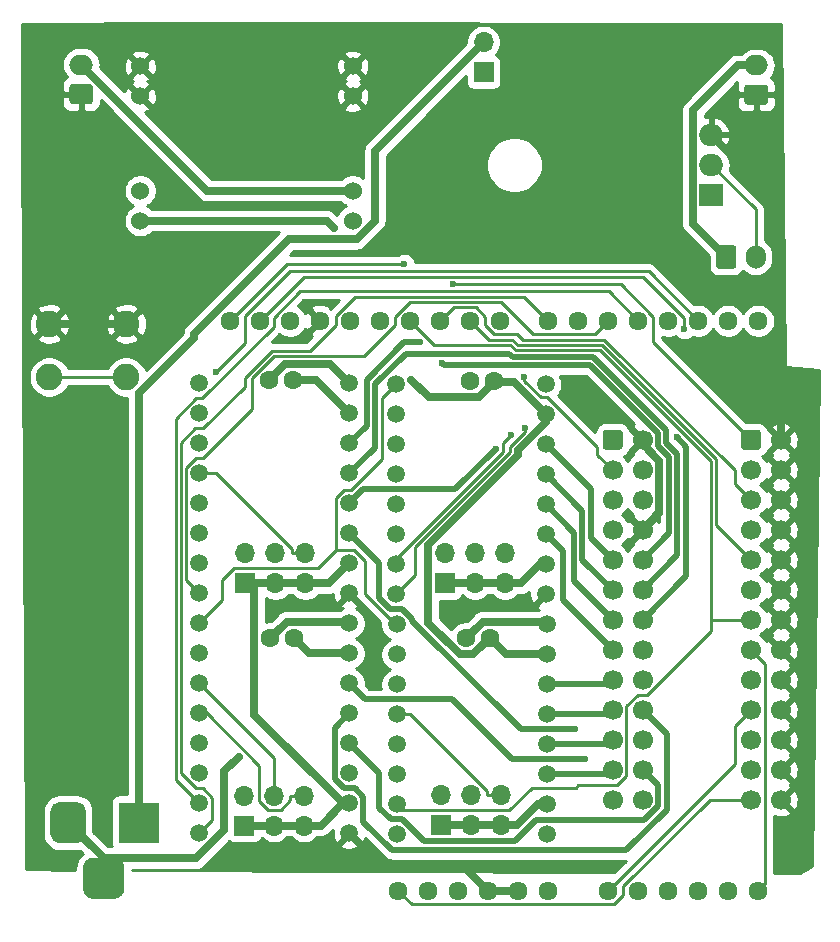
<source format=gbl>
%TF.GenerationSoftware,KiCad,Pcbnew,5.1.6-c6e7f7d~87~ubuntu20.04.1*%
%TF.CreationDate,2021-10-31T15:52:52+01:00*%
%TF.ProjectId,sb-cnc-shield,73622d63-6e63-42d7-9368-69656c642e6b,rev?*%
%TF.SameCoordinates,Original*%
%TF.FileFunction,Copper,L2,Bot*%
%TF.FilePolarity,Positive*%
%FSLAX46Y46*%
G04 Gerber Fmt 4.6, Leading zero omitted, Abs format (unit mm)*
G04 Created by KiCad (PCBNEW 5.1.6-c6e7f7d~87~ubuntu20.04.1) date 2021-10-31 15:52:52*
%MOMM*%
%LPD*%
G01*
G04 APERTURE LIST*
%TA.AperFunction,ComponentPad*%
%ADD10C,1.700000*%
%TD*%
%TA.AperFunction,ComponentPad*%
%ADD11R,2.000000X1.905000*%
%TD*%
%TA.AperFunction,ComponentPad*%
%ADD12O,2.000000X1.905000*%
%TD*%
%TA.AperFunction,ComponentPad*%
%ADD13O,2.000000X1.700000*%
%TD*%
%TA.AperFunction,ComponentPad*%
%ADD14C,1.610000*%
%TD*%
%TA.AperFunction,ComponentPad*%
%ADD15C,2.250000*%
%TD*%
%TA.AperFunction,ComponentPad*%
%ADD16C,1.510000*%
%TD*%
%TA.AperFunction,ComponentPad*%
%ADD17R,3.500000X3.500000*%
%TD*%
%TA.AperFunction,ComponentPad*%
%ADD18C,1.600000*%
%TD*%
%TA.AperFunction,ComponentPad*%
%ADD19R,1.700000X1.700000*%
%TD*%
%TA.AperFunction,ComponentPad*%
%ADD20O,1.700000X1.700000*%
%TD*%
%TA.AperFunction,ComponentPad*%
%ADD21O,1.700000X2.000000*%
%TD*%
%TA.AperFunction,ComponentPad*%
%ADD22C,1.524000*%
%TD*%
%TA.AperFunction,ViaPad*%
%ADD23C,0.600000*%
%TD*%
%TA.AperFunction,Conductor*%
%ADD24C,0.250000*%
%TD*%
%TA.AperFunction,Conductor*%
%ADD25C,0.700000*%
%TD*%
%TA.AperFunction,Conductor*%
%ADD26C,0.500000*%
%TD*%
%TA.AperFunction,Conductor*%
%ADD27C,0.254000*%
%TD*%
G04 APERTURE END LIST*
D10*
%TO.P,conn26_0,26*%
%TO.N,GND*%
X179283000Y-109480000D03*
%TO.P,conn26_0,24*%
X179283000Y-106940000D03*
%TO.P,conn26_0,22*%
X179283000Y-104400000D03*
%TO.P,conn26_0,20*%
X179283000Y-101860000D03*
%TO.P,conn26_0,18*%
X179283000Y-99320000D03*
%TO.P,conn26_0,16*%
X179283000Y-96780000D03*
%TO.P,conn26_0,14*%
X179283000Y-94240000D03*
%TO.P,conn26_0,12*%
X179283000Y-91700000D03*
%TO.P,conn26_0,10*%
X179283000Y-89160000D03*
%TO.P,conn26_0,8*%
X179283000Y-86620000D03*
%TO.P,conn26_0,6*%
X179283000Y-84080000D03*
%TO.P,conn26_0,4*%
X179283000Y-81540000D03*
%TO.P,conn26_0,2*%
X179283000Y-79000000D03*
%TO.P,conn26_0,25*%
%TO.N,RESET*%
X176743000Y-109480000D03*
%TO.P,conn26_0,23*%
%TO.N,B_led*%
X176743000Y-106940000D03*
%TO.P,conn26_0,21*%
%TO.N,O_sig*%
X176743000Y-104400000D03*
%TO.P,conn26_0,19*%
%TO.N,O_led*%
X176743000Y-101860000D03*
%TO.P,conn26_0,17*%
%TO.N,up_light*%
X176743000Y-99320000D03*
%TO.P,conn26_0,15*%
%TO.N,B_sig*%
X176743000Y-96780000D03*
%TO.P,conn26_0,13*%
%TO.N,SPIN_EN*%
X176743000Y-94240000D03*
%TO.P,conn26_0,11*%
%TO.N,XLIMIT*%
X176743000Y-91700000D03*
%TO.P,conn26_0,9*%
X176743000Y-89160000D03*
%TO.P,conn26_0,7*%
%TO.N,YLIMIT*%
X176743000Y-86620000D03*
%TO.P,conn26_0,5*%
X176743000Y-84080000D03*
%TO.P,conn26_0,3*%
%TO.N,ZLIMIT*%
X176743000Y-81540000D03*
%TO.P,conn26_0,1*%
%TA.AperFunction,ComponentPad*%
G36*
G01*
X175893000Y-79600000D02*
X175893000Y-78400000D01*
G75*
G02*
X176143000Y-78150000I250000J0D01*
G01*
X177343000Y-78150000D01*
G75*
G02*
X177593000Y-78400000I0J-250000D01*
G01*
X177593000Y-79600000D01*
G75*
G02*
X177343000Y-79850000I-250000J0D01*
G01*
X176143000Y-79850000D01*
G75*
G02*
X175893000Y-79600000I0J250000D01*
G01*
G37*
%TD.AperFunction*%
%TD*%
%TO.P,conn26_1,1*%
%TO.N,+5V*%
%TA.AperFunction,ComponentPad*%
G36*
G01*
X164180000Y-79600000D02*
X164180000Y-78400000D01*
G75*
G02*
X164430000Y-78150000I250000J0D01*
G01*
X165630000Y-78150000D01*
G75*
G02*
X165880000Y-78400000I0J-250000D01*
G01*
X165880000Y-79600000D01*
G75*
G02*
X165630000Y-79850000I-250000J0D01*
G01*
X164430000Y-79850000D01*
G75*
G02*
X164180000Y-79600000I0J250000D01*
G01*
G37*
%TD.AperFunction*%
%TO.P,conn26_1,3*%
%TO.N,_SCL_*%
X165030000Y-81540000D03*
%TO.P,conn26_1,5*%
%TO.N,+5V*%
X165030000Y-84080000D03*
%TO.P,conn26_1,7*%
%TO.N,res*%
X165030000Y-86620000D03*
%TO.P,conn26_1,9*%
%TO.N,y2B*%
X165030000Y-89160000D03*
%TO.P,conn26_1,11*%
%TO.N,y2A*%
X165030000Y-91700000D03*
%TO.P,conn26_1,13*%
%TO.N,y1A*%
X165030000Y-94240000D03*
%TO.P,conn26_1,15*%
%TO.N,y1B*%
X165030000Y-96780000D03*
%TO.P,conn26_1,17*%
%TO.N,a2B*%
X165030000Y-99320000D03*
%TO.P,conn26_1,19*%
%TO.N,a2A*%
X165030000Y-101860000D03*
%TO.P,conn26_1,21*%
%TO.N,a1A*%
X165030000Y-104400000D03*
%TO.P,conn26_1,23*%
%TO.N,a1B*%
X165030000Y-106940000D03*
%TO.P,conn26_1,25*%
%TO.N,Net-(conn26_1-Pad25)*%
X165030000Y-109480000D03*
%TO.P,conn26_1,2*%
%TO.N,GND*%
X167570000Y-79000000D03*
%TO.P,conn26_1,4*%
%TO.N,_SDA_*%
X167570000Y-81540000D03*
%TO.P,conn26_1,6*%
%TO.N,DC*%
X167570000Y-84080000D03*
%TO.P,conn26_1,8*%
%TO.N,GND*%
X167570000Y-86620000D03*
%TO.P,conn26_1,10*%
%TO.N,x2B*%
X167570000Y-89160000D03*
%TO.P,conn26_1,12*%
%TO.N,x2A*%
X167570000Y-91700000D03*
%TO.P,conn26_1,14*%
%TO.N,x1A*%
X167570000Y-94240000D03*
%TO.P,conn26_1,16*%
%TO.N,x1B*%
X167570000Y-96780000D03*
%TO.P,conn26_1,18*%
%TO.N,z2B*%
X167570000Y-99320000D03*
%TO.P,conn26_1,20*%
%TO.N,z2A*%
X167570000Y-101860000D03*
%TO.P,conn26_1,22*%
%TO.N,z1A*%
X167570000Y-104400000D03*
%TO.P,conn26_1,24*%
X167570000Y-106940000D03*
%TO.P,conn26_1,26*%
%TO.N,Net-(conn26_1-Pad26)*%
X167570000Y-109480000D03*
%TD*%
D11*
%TO.P,Q0,2*%
%TO.N,/G*%
X173380000Y-58267600D03*
D12*
%TO.P,Q0,1*%
%TO.N,/D*%
X173380000Y-55727600D03*
%TO.P,Q0,3*%
%TO.N,GND*%
X173380000Y-53187600D03*
%TD*%
%TO.P,pi_5V1,1*%
%TO.N,GND*%
%TA.AperFunction,ComponentPad*%
G36*
G01*
X120790000Y-50583200D02*
X119290000Y-50583200D01*
G75*
G02*
X119040000Y-50333200I0J250000D01*
G01*
X119040000Y-49133200D01*
G75*
G02*
X119290000Y-48883200I250000J0D01*
G01*
X120790000Y-48883200D01*
G75*
G02*
X121040000Y-49133200I0J-250000D01*
G01*
X121040000Y-50333200D01*
G75*
G02*
X120790000Y-50583200I-250000J0D01*
G01*
G37*
%TD.AperFunction*%
D13*
%TO.P,pi_5V1,2*%
%TO.N,5V_pi*%
X120040000Y-47233200D03*
%TD*%
D14*
%TO.P,U1,17*%
%TO.N,B_sig*%
X177358000Y-117180000D03*
%TO.P,U1,18*%
%TO.N,pump_ctrl*%
X174818000Y-117180000D03*
%TO.P,U1,19*%
%TO.N,up_light*%
X172278000Y-117180000D03*
%TO.P,U1,22*%
%TO.N,O_led*%
X164658000Y-117180000D03*
%TO.P,U1,21*%
%TO.N,O_sig*%
X167198000Y-117180000D03*
%TO.P,U1,20*%
%TO.N,B_led*%
X169738000Y-117180000D03*
%TO.P,U1,23*%
%TO.N,Net-(U1-Pad23)*%
X159578000Y-117180000D03*
%TO.P,U1,24*%
%TO.N,GND*%
X157038000Y-117180000D03*
%TO.P,U1,25*%
X154498000Y-117180000D03*
%TO.P,U1,27*%
%TO.N,+3V3*%
X149418000Y-117180000D03*
%TO.P,U1,28*%
%TO.N,RESET*%
X146878000Y-117180000D03*
%TO.P,U1,1*%
%TO.N,DC*%
X177358000Y-68920000D03*
%TO.P,U1,2*%
%TO.N,res*%
X174818000Y-68920000D03*
%TO.P,U1,3*%
%TO.N,XSTEP*%
X172278000Y-68920000D03*
%TO.P,U1,4*%
%TO.N,YSTEP*%
X169738000Y-68920000D03*
%TO.P,U1,5*%
%TO.N,ZSTEP*%
X167198000Y-68920000D03*
%TO.P,U1,6*%
%TO.N,XDIR*%
X164658000Y-68920000D03*
%TO.P,U1,7*%
%TO.N,YDIR*%
X162118000Y-68920000D03*
%TO.P,U1,8*%
%TO.N,ZDIR*%
X159578000Y-68920000D03*
%TO.P,U1,9*%
%TO.N,EN*%
X155514000Y-68920000D03*
%TO.P,U1,10*%
%TO.N,XLIMIT*%
X152974000Y-68920000D03*
%TO.P,U1,11*%
%TO.N,YLIMIT*%
X150434000Y-68920000D03*
%TO.P,U1,12*%
%TO.N,SPIN_EN*%
X147894000Y-68920000D03*
%TO.P,U1,13*%
%TO.N,ZLIMIT*%
X145354000Y-68920000D03*
%TO.P,U1,14*%
%TO.N,SPIN_DIR*%
X142814000Y-68920000D03*
%TO.P,U1,15*%
%TO.N,GND*%
X140274000Y-68920000D03*
%TO.P,U1,16*%
%TO.N,Net-(U1-Pad16)*%
X137734000Y-68920000D03*
%TO.P,U1,26*%
%TO.N,+5V*%
X151958000Y-117180000D03*
%TO.P,U1,29*%
%TO.N,_SDA_*%
X135194000Y-68920000D03*
%TO.P,U1,30*%
%TO.N,_SCL_*%
X132654000Y-68920000D03*
%TD*%
D15*
%TO.P,SW1,3*%
%TO.N,RESET*%
X117348000Y-73689600D03*
%TO.P,SW1,4*%
X123848000Y-73689600D03*
%TO.P,SW1,1*%
%TO.N,GND*%
X117348000Y-69189600D03*
%TO.P,SW1,2*%
X123848000Y-69189600D03*
%TD*%
D16*
%TO.P,U2,1*%
%TO.N,EN*%
X130033000Y-74229000D03*
%TO.P,U2,2*%
%TO.N,Net-(MSX1-Pad2)*%
X130033000Y-76769000D03*
%TO.P,U2,3*%
%TO.N,Net-(MSX1-Pad4)*%
X130033000Y-79309000D03*
%TO.P,U2,4*%
%TO.N,Net-(MSX1-Pad6)*%
X130033000Y-81849000D03*
%TO.P,U2,5*%
%TO.N,Net-(U2-Pad5)*%
X130033000Y-84389000D03*
%TO.P,U2,6*%
X130033000Y-86929000D03*
%TO.P,U2,7*%
%TO.N,XSTEP*%
X130033000Y-89469000D03*
%TO.P,U2,8*%
%TO.N,XDIR*%
X130033000Y-92009000D03*
%TO.P,U2,9*%
%TO.N,GND*%
X142733000Y-92009000D03*
%TO.P,U2,10*%
%TO.N,+5V*%
X142733000Y-89469000D03*
%TO.P,U2,11*%
%TO.N,x1B*%
X142733000Y-86929000D03*
%TO.P,U2,12*%
%TO.N,x1A*%
X142733000Y-84389000D03*
%TO.P,U2,13*%
%TO.N,x2A*%
X142733000Y-81849000D03*
%TO.P,U2,14*%
%TO.N,x2B*%
X142733000Y-79309000D03*
%TO.P,U2,15*%
%TO.N,GNDA*%
X142733000Y-76769000D03*
%TO.P,U2,16*%
%TO.N,VIN*%
X142733000Y-74229000D03*
%TD*%
%TO.P,U4,1*%
%TO.N,EN*%
X130033000Y-94549000D03*
%TO.P,U4,2*%
%TO.N,Net-(MSZ1-Pad2)*%
X130033000Y-97089000D03*
%TO.P,U4,3*%
%TO.N,Net-(MSZ1-Pad4)*%
X130033000Y-99629000D03*
%TO.P,U4,4*%
%TO.N,Net-(MSZ1-Pad6)*%
X130033000Y-102169000D03*
%TO.P,U4,5*%
%TO.N,Net-(U4-Pad5)*%
X130033000Y-104709000D03*
%TO.P,U4,6*%
X130033000Y-107249000D03*
%TO.P,U4,7*%
%TO.N,ZSTEP*%
X130033000Y-109789000D03*
%TO.P,U4,8*%
%TO.N,ZDIR*%
X130033000Y-112329000D03*
%TO.P,U4,9*%
%TO.N,GND*%
X142733000Y-112329000D03*
%TO.P,U4,10*%
%TO.N,+5V*%
X142733000Y-109789000D03*
%TO.P,U4,11*%
%TO.N,z1B*%
X142733000Y-107249000D03*
%TO.P,U4,12*%
%TO.N,z1A*%
X142733000Y-104709000D03*
%TO.P,U4,13*%
%TO.N,z2A*%
X142733000Y-102169000D03*
%TO.P,U4,14*%
%TO.N,z2B*%
X142733000Y-99629000D03*
%TO.P,U4,15*%
%TO.N,GNDA*%
X142733000Y-97089000D03*
%TO.P,U4,16*%
%TO.N,VIN*%
X142733000Y-94549000D03*
%TD*%
%TO.P,U5,1*%
%TO.N,EN*%
X146746000Y-94625200D03*
%TO.P,U5,2*%
%TO.N,Net-(MSA1-Pad2)*%
X146746000Y-97165200D03*
%TO.P,U5,3*%
%TO.N,Net-(MSA1-Pad4)*%
X146746000Y-99705200D03*
%TO.P,U5,4*%
%TO.N,Net-(MSA1-Pad6)*%
X146746000Y-102245200D03*
%TO.P,U5,5*%
%TO.N,Net-(U5-Pad5)*%
X146746000Y-104785200D03*
%TO.P,U5,6*%
X146746000Y-107325200D03*
%TO.P,U5,7*%
%TO.N,SPIN_EN*%
X146746000Y-109865200D03*
%TO.P,U5,8*%
%TO.N,SPIN_DIR*%
X146746000Y-112405200D03*
%TO.P,U5,9*%
%TO.N,GND*%
X159446000Y-112405200D03*
%TO.P,U5,10*%
%TO.N,+5V*%
X159446000Y-109865200D03*
%TO.P,U5,11*%
%TO.N,a1B*%
X159446000Y-107325200D03*
%TO.P,U5,12*%
%TO.N,a1A*%
X159446000Y-104785200D03*
%TO.P,U5,13*%
%TO.N,a2A*%
X159446000Y-102245200D03*
%TO.P,U5,14*%
%TO.N,a2B*%
X159446000Y-99705200D03*
%TO.P,U5,15*%
%TO.N,GNDA*%
X159446000Y-97165200D03*
%TO.P,U5,16*%
%TO.N,VIN*%
X159446000Y-94625200D03*
%TD*%
%TO.P,U3,1*%
%TO.N,EN*%
X146670000Y-74305200D03*
%TO.P,U3,2*%
%TO.N,Net-(MSY1-Pad2)*%
X146670000Y-76845200D03*
%TO.P,U3,3*%
%TO.N,Net-(MSY1-Pad4)*%
X146670000Y-79385200D03*
%TO.P,U3,4*%
%TO.N,Net-(MSY1-Pad6)*%
X146670000Y-81925200D03*
%TO.P,U3,5*%
%TO.N,Net-(U3-Pad5)*%
X146670000Y-84465200D03*
%TO.P,U3,6*%
X146670000Y-87005200D03*
%TO.P,U3,7*%
%TO.N,YSTEP*%
X146670000Y-89545200D03*
%TO.P,U3,8*%
%TO.N,YDIR*%
X146670000Y-92085200D03*
%TO.P,U3,9*%
%TO.N,GND*%
X159370000Y-92085200D03*
%TO.P,U3,10*%
%TO.N,+5V*%
X159370000Y-89545200D03*
%TO.P,U3,11*%
%TO.N,y1B*%
X159370000Y-87005200D03*
%TO.P,U3,12*%
%TO.N,y1A*%
X159370000Y-84465200D03*
%TO.P,U3,13*%
%TO.N,y2A*%
X159370000Y-81925200D03*
%TO.P,U3,14*%
%TO.N,y2B*%
X159370000Y-79385200D03*
%TO.P,U3,15*%
%TO.N,GNDA*%
X159370000Y-76845200D03*
%TO.P,U3,16*%
%TO.N,VIN*%
X159370000Y-74305200D03*
%TD*%
D17*
%TO.P,P8,1*%
%TO.N,VIN_*%
X124938000Y-111420000D03*
%TO.P,P8,2*%
%TO.N,GNDA*%
%TA.AperFunction,ComponentPad*%
G36*
G01*
X117438000Y-112420000D02*
X117438000Y-110420000D01*
G75*
G02*
X118188000Y-109670000I750000J0D01*
G01*
X119688000Y-109670000D01*
G75*
G02*
X120438000Y-110420000I0J-750000D01*
G01*
X120438000Y-112420000D01*
G75*
G02*
X119688000Y-113170000I-750000J0D01*
G01*
X118188000Y-113170000D01*
G75*
G02*
X117438000Y-112420000I0J750000D01*
G01*
G37*
%TD.AperFunction*%
%TO.P,P8,3*%
%TA.AperFunction,ComponentPad*%
G36*
G01*
X120188000Y-116995000D02*
X120188000Y-115245000D01*
G75*
G02*
X121063000Y-114370000I875000J0D01*
G01*
X122813000Y-114370000D01*
G75*
G02*
X123688000Y-115245000I0J-875000D01*
G01*
X123688000Y-116995000D01*
G75*
G02*
X122813000Y-117870000I-875000J0D01*
G01*
X121063000Y-117870000D01*
G75*
G02*
X120188000Y-116995000I0J875000D01*
G01*
G37*
%TD.AperFunction*%
%TD*%
D18*
%TO.P,C1,1*%
%TO.N,VIN*%
X135956000Y-73980100D03*
%TO.P,C1,2*%
%TO.N,GNDA*%
X137956000Y-73980100D03*
%TD*%
%TO.P,C2,2*%
%TO.N,GNDA*%
X154989000Y-74051200D03*
%TO.P,C2,1*%
%TO.N,VIN*%
X152989000Y-74051200D03*
%TD*%
%TO.P,C3,1*%
%TO.N,VIN*%
X136052000Y-95778400D03*
%TO.P,C3,2*%
%TO.N,GNDA*%
X138052000Y-95778400D03*
%TD*%
%TO.P,C4,2*%
%TO.N,GNDA*%
X154633000Y-95778400D03*
%TO.P,C4,1*%
%TO.N,VIN*%
X152633000Y-95778400D03*
%TD*%
D19*
%TO.P,P10,1*%
%TO.N,VIN*%
X154102000Y-47879000D03*
D20*
%TO.P,P10,2*%
%TO.N,VIN_*%
X154102000Y-45339000D03*
%TD*%
%TO.P,l_pwr1,1*%
%TO.N,GND*%
%TA.AperFunction,ComponentPad*%
G36*
G01*
X177940000Y-50634000D02*
X176440000Y-50634000D01*
G75*
G02*
X176190000Y-50384000I0J250000D01*
G01*
X176190000Y-49184000D01*
G75*
G02*
X176440000Y-48934000I250000J0D01*
G01*
X177940000Y-48934000D01*
G75*
G02*
X178190000Y-49184000I0J-250000D01*
G01*
X178190000Y-50384000D01*
G75*
G02*
X177940000Y-50634000I-250000J0D01*
G01*
G37*
%TD.AperFunction*%
D13*
%TO.P,l_pwr1,2*%
%TO.N,VIN*%
X177190000Y-47284000D03*
%TD*%
D21*
%TO.P,Pump1,2*%
%TO.N,/D*%
X177150000Y-63525400D03*
%TO.P,Pump1,1*%
%TO.N,VIN*%
%TA.AperFunction,ComponentPad*%
G36*
G01*
X173800000Y-64275400D02*
X173800000Y-62775400D01*
G75*
G02*
X174050000Y-62525400I250000J0D01*
G01*
X175250000Y-62525400D01*
G75*
G02*
X175500000Y-62775400I0J-250000D01*
G01*
X175500000Y-64275400D01*
G75*
G02*
X175250000Y-64525400I-250000J0D01*
G01*
X174050000Y-64525400D01*
G75*
G02*
X173800000Y-64275400I0J250000D01*
G01*
G37*
%TD.AperFunction*%
%TD*%
D19*
%TO.P,MSA1,1*%
%TO.N,+5V*%
X150480000Y-111643000D03*
D20*
%TO.P,MSA1,2*%
%TO.N,Net-(MSA1-Pad2)*%
X150480000Y-109103000D03*
%TO.P,MSA1,3*%
%TO.N,+5V*%
X153020000Y-111643000D03*
%TO.P,MSA1,4*%
%TO.N,Net-(MSA1-Pad4)*%
X153020000Y-109103000D03*
%TO.P,MSA1,5*%
%TO.N,+5V*%
X155560000Y-111643000D03*
%TO.P,MSA1,6*%
%TO.N,Net-(MSA1-Pad6)*%
X155560000Y-109103000D03*
%TD*%
D19*
%TO.P,MSY1,1*%
%TO.N,+5V*%
X150835000Y-91145400D03*
D20*
%TO.P,MSY1,2*%
%TO.N,Net-(MSY1-Pad2)*%
X150835000Y-88605400D03*
%TO.P,MSY1,3*%
%TO.N,+5V*%
X153375000Y-91145400D03*
%TO.P,MSY1,4*%
%TO.N,Net-(MSY1-Pad4)*%
X153375000Y-88605400D03*
%TO.P,MSY1,5*%
%TO.N,+5V*%
X155915000Y-91145400D03*
%TO.P,MSY1,6*%
%TO.N,Net-(MSY1-Pad6)*%
X155915000Y-88605400D03*
%TD*%
%TO.P,MSZ1,6*%
%TO.N,Net-(MSZ1-Pad6)*%
X138923000Y-109129000D03*
%TO.P,MSZ1,5*%
%TO.N,+5V*%
X138923000Y-111669000D03*
%TO.P,MSZ1,4*%
%TO.N,Net-(MSZ1-Pad4)*%
X136383000Y-109129000D03*
%TO.P,MSZ1,3*%
%TO.N,+5V*%
X136383000Y-111669000D03*
%TO.P,MSZ1,2*%
%TO.N,Net-(MSZ1-Pad2)*%
X133843000Y-109129000D03*
D19*
%TO.P,MSZ1,1*%
%TO.N,+5V*%
X133843000Y-111669000D03*
%TD*%
%TO.P,MSX1,1*%
%TO.N,+5V*%
X133945000Y-91145400D03*
D20*
%TO.P,MSX1,2*%
%TO.N,Net-(MSX1-Pad2)*%
X133945000Y-88605400D03*
%TO.P,MSX1,3*%
%TO.N,+5V*%
X136485000Y-91145400D03*
%TO.P,MSX1,4*%
%TO.N,Net-(MSX1-Pad4)*%
X136485000Y-88605400D03*
%TO.P,MSX1,5*%
%TO.N,+5V*%
X139025000Y-91145400D03*
%TO.P,MSX1,6*%
%TO.N,Net-(MSX1-Pad6)*%
X139025000Y-88605400D03*
%TD*%
D22*
%TO.P,MP1584EN_DC-DC1,8*%
%TO.N,GND*%
X143036000Y-47384200D03*
%TO.P,MP1584EN_DC-DC1,7*%
X143036000Y-49924200D03*
%TO.P,MP1584EN_DC-DC1,6*%
%TO.N,5V_pi*%
X143036000Y-57924200D03*
%TO.P,MP1584EN_DC-DC1,5*%
X143036000Y-60464200D03*
%TO.P,MP1584EN_DC-DC1,4*%
%TO.N,VIN*%
X125036000Y-57924200D03*
%TO.P,MP1584EN_DC-DC1,3*%
X125036000Y-60464200D03*
%TO.P,MP1584EN_DC-DC1,2*%
%TO.N,GND*%
X125036000Y-49924200D03*
%TO.P,MP1584EN_DC-DC1,1*%
X125036000Y-47384200D03*
%TD*%
D23*
%TO.N,XSTEP*%
X131475900Y-73252800D03*
%TO.N,VIN*%
X141449000Y-61095000D03*
%TO.N,YSTEP*%
X156427000Y-78609200D03*
%TO.N,YDIR*%
X157624500Y-78031100D03*
%TO.N,ZLIMIT*%
X151537600Y-65813400D03*
%TO.N,GNDA*%
X133390500Y-105823900D03*
X147992500Y-73919100D03*
%TO.N,_SCL_*%
X157544000Y-73713400D03*
X147400500Y-64084000D03*
%TO.N,_SDA_*%
X171115300Y-69617100D03*
%TO.N,x2B*%
X150607400Y-72513800D03*
X148728300Y-70740300D03*
%TO.N,x1A*%
X170462800Y-78801100D03*
X155122600Y-79760000D03*
%TO.N,x1B*%
X161808300Y-103515200D03*
%TO.N,z2B*%
X162668700Y-106055200D03*
%TD*%
D24*
%TO.N,RESET*%
X146878000Y-117180000D02*
X148043500Y-118345500D01*
X148043500Y-118345500D02*
X165154200Y-118345500D01*
X165154200Y-118345500D02*
X165928000Y-117571700D01*
X165928000Y-117571700D02*
X165928000Y-116803100D01*
X165928000Y-116803100D02*
X173251100Y-109480000D01*
X173251100Y-109480000D02*
X176743000Y-109480000D01*
X123848000Y-73689600D02*
X117348000Y-73689600D01*
D25*
%TO.N,+5V*%
X155915000Y-91145400D02*
X157315300Y-91145400D01*
X159370000Y-89545200D02*
X158915500Y-89545200D01*
X158915500Y-89545200D02*
X157315300Y-91145400D01*
X155560000Y-111643000D02*
X156960300Y-111643000D01*
X156960300Y-111643000D02*
X158738100Y-109865200D01*
X158738100Y-109865200D02*
X159446000Y-109865200D01*
X153020000Y-111643000D02*
X155560000Y-111643000D01*
X139025000Y-91145400D02*
X141056600Y-91145400D01*
X141056600Y-91145400D02*
X142733000Y-89469000D01*
X137885300Y-91145400D02*
X139025000Y-91145400D01*
X153375000Y-91145400D02*
X150835000Y-91145400D01*
X155915000Y-91145400D02*
X153375000Y-91145400D01*
X136485000Y-91145400D02*
X137885300Y-91145400D01*
X134673500Y-91145400D02*
X136485000Y-91145400D01*
X134645200Y-91145400D02*
X134673500Y-91145400D01*
X142203300Y-109789000D02*
X134673500Y-102259200D01*
X134673500Y-102259200D02*
X134673500Y-91145400D01*
X133945000Y-91145400D02*
X134645200Y-91145400D01*
X142203300Y-109789000D02*
X140323300Y-111669000D01*
X142733000Y-109789000D02*
X142203300Y-109789000D01*
X138923000Y-111669000D02*
X140323300Y-111669000D01*
X153020000Y-111643000D02*
X150480000Y-111643000D01*
X136383000Y-111669000D02*
X138923000Y-111669000D01*
X133843000Y-111669000D02*
X136383000Y-111669000D01*
%TO.N,GND*%
X167570000Y-79000000D02*
X167570000Y-79384600D01*
X167570000Y-79384600D02*
X168972500Y-80787100D01*
X168972500Y-80787100D02*
X168972500Y-85217500D01*
X168972500Y-85217500D02*
X167570000Y-86620000D01*
X157038000Y-117180000D02*
X154498000Y-117180000D01*
X142733000Y-112329000D02*
X145296700Y-114892700D01*
X145296700Y-114892700D02*
X152210700Y-114892700D01*
X152210700Y-114892700D02*
X154498000Y-117180000D01*
X173380000Y-53187600D02*
X179283000Y-59090600D01*
X179283000Y-59090600D02*
X179283000Y-79000000D01*
X123848000Y-69189600D02*
X117348000Y-69189600D01*
D24*
%TO.N,EN*%
X141582400Y-88351400D02*
X141582400Y-83960100D01*
X141582400Y-83960100D02*
X142313400Y-83229100D01*
X142313400Y-83229100D02*
X142891400Y-83229100D01*
X142891400Y-83229100D02*
X145484900Y-80635600D01*
X145484900Y-80635600D02*
X145484900Y-75490300D01*
X145484900Y-75490300D02*
X146670000Y-74305200D01*
X141582400Y-88351400D02*
X140058400Y-89875400D01*
X140058400Y-89875400D02*
X133008400Y-89875400D01*
X133008400Y-89875400D02*
X131989600Y-90894200D01*
X131989600Y-90894200D02*
X131989600Y-92592400D01*
X131989600Y-92592400D02*
X130033000Y-94549000D01*
X146746000Y-94625200D02*
X146624500Y-94625200D01*
X146624500Y-94625200D02*
X144073800Y-92074500D01*
X144073800Y-92074500D02*
X144073800Y-89271100D01*
X144073800Y-89271100D02*
X143154100Y-88351400D01*
X143154100Y-88351400D02*
X141582400Y-88351400D01*
%TO.N,XSTEP*%
X131475900Y-73252800D02*
X133924000Y-70804700D01*
X133924000Y-70804700D02*
X133924000Y-68550500D01*
X133924000Y-68550500D02*
X137736800Y-64737700D01*
X137736800Y-64737700D02*
X168095700Y-64737700D01*
X168095700Y-64737700D02*
X172278000Y-68920000D01*
%TO.N,XDIR*%
X164658000Y-68920000D02*
X163513000Y-70065000D01*
X163513000Y-70065000D02*
X158272500Y-70065000D01*
X158272500Y-70065000D02*
X155546900Y-67339400D01*
X155546900Y-67339400D02*
X147870900Y-67339400D01*
X147870900Y-67339400D02*
X146624000Y-68586300D01*
X146624000Y-68586300D02*
X146624000Y-69321000D01*
X146624000Y-69321000D02*
X144022800Y-71922200D01*
X144022800Y-71922200D02*
X136347900Y-71922200D01*
X136347900Y-71922200D02*
X134475200Y-73794900D01*
X134475200Y-73794900D02*
X134475200Y-76430200D01*
X134475200Y-76430200D02*
X130326400Y-80579000D01*
X130326400Y-80579000D02*
X129752400Y-80579000D01*
X129752400Y-80579000D02*
X128935400Y-81396000D01*
X128935400Y-81396000D02*
X128935400Y-90911400D01*
X128935400Y-90911400D02*
X130033000Y-92009000D01*
D25*
%TO.N,VIN*%
X152633000Y-95778400D02*
X154017700Y-94393700D01*
X154017700Y-94393700D02*
X159214500Y-94393700D01*
X159214500Y-94393700D02*
X159446000Y-94625200D01*
X125036000Y-60464200D02*
X140818200Y-60464200D01*
X140818200Y-60464200D02*
X141449000Y-61095000D01*
X135956000Y-73980100D02*
X137311400Y-72624700D01*
X137311400Y-72624700D02*
X141128700Y-72624700D01*
X141128700Y-72624700D02*
X142733000Y-74229000D01*
X177190000Y-47284000D02*
X175639700Y-47284000D01*
X175639700Y-47284000D02*
X171829600Y-51094100D01*
X171829600Y-51094100D02*
X171829600Y-60705000D01*
X171829600Y-60705000D02*
X174650000Y-63525400D01*
X136052000Y-95778400D02*
X137435700Y-94394700D01*
X137435700Y-94394700D02*
X142578700Y-94394700D01*
X142578700Y-94394700D02*
X142733000Y-94549000D01*
D24*
%TO.N,YSTEP*%
X146670000Y-89545200D02*
X146670000Y-89097000D01*
X146670000Y-89097000D02*
X155747900Y-80019100D01*
X155747900Y-80019100D02*
X155747900Y-79288300D01*
X155747900Y-79288300D02*
X156427000Y-78609200D01*
%TO.N,YDIR*%
X146670000Y-92085200D02*
X148318200Y-90437000D01*
X148318200Y-90437000D02*
X148318200Y-88085700D01*
X148318200Y-88085700D02*
X156367600Y-80036300D01*
X156367600Y-80036300D02*
X156367600Y-79583000D01*
X156367600Y-79583000D02*
X157624500Y-78326100D01*
X157624500Y-78326100D02*
X157624500Y-78031100D01*
%TO.N,ZSTEP*%
X167198000Y-68920000D02*
X164716800Y-66438800D01*
X164716800Y-66438800D02*
X138534500Y-66438800D01*
X138534500Y-66438800D02*
X136324400Y-68648900D01*
X136324400Y-68648900D02*
X136324400Y-69470100D01*
X136324400Y-69470100D02*
X130295500Y-75499000D01*
X130295500Y-75499000D02*
X129756900Y-75499000D01*
X129756900Y-75499000D02*
X128034800Y-77221100D01*
X128034800Y-77221100D02*
X128034800Y-107790800D01*
X128034800Y-107790800D02*
X130033000Y-109789000D01*
%TO.N,ZDIR*%
X159578000Y-68920000D02*
X157547100Y-66889100D01*
X157547100Y-66889100D02*
X143208100Y-66889100D01*
X143208100Y-66889100D02*
X141577200Y-68520000D01*
X141577200Y-68520000D02*
X141577200Y-69283800D01*
X141577200Y-69283800D02*
X139389200Y-71471800D01*
X139389200Y-71471800D02*
X136161400Y-71471800D01*
X136161400Y-71471800D02*
X133866000Y-73767200D01*
X133866000Y-73767200D02*
X133866000Y-74494600D01*
X133866000Y-74494600D02*
X130321600Y-78039000D01*
X130321600Y-78039000D02*
X129705700Y-78039000D01*
X129705700Y-78039000D02*
X128485100Y-79259600D01*
X128485100Y-79259600D02*
X128485100Y-107252100D01*
X128485100Y-107252100D02*
X129752000Y-108519000D01*
X129752000Y-108519000D02*
X130338700Y-108519000D01*
X130338700Y-108519000D02*
X131149600Y-109329900D01*
X131149600Y-109329900D02*
X131149600Y-111212400D01*
X131149600Y-111212400D02*
X130033000Y-112329000D01*
%TO.N,ZLIMIT*%
X176743000Y-79000000D02*
X168468000Y-70725000D01*
X168468000Y-70725000D02*
X168468000Y-68571900D01*
X168468000Y-68571900D02*
X165709500Y-65813400D01*
X165709500Y-65813400D02*
X151537600Y-65813400D01*
%TO.N,YLIMIT*%
X176743000Y-84080000D02*
X175378400Y-82715400D01*
X175378400Y-82715400D02*
X175378400Y-81558500D01*
X175378400Y-81558500D02*
X164335300Y-70515400D01*
X164335300Y-70515400D02*
X157412400Y-70515400D01*
X157412400Y-70515400D02*
X156947400Y-70050400D01*
X156947400Y-70050400D02*
X154983200Y-70050400D01*
X154983200Y-70050400D02*
X154244000Y-69311200D01*
X154244000Y-69311200D02*
X154244000Y-68585700D01*
X154244000Y-68585700D02*
X153448000Y-67789700D01*
X153448000Y-67789700D02*
X151564300Y-67789700D01*
X151564300Y-67789700D02*
X150434000Y-68920000D01*
%TO.N,XLIMIT*%
X176743000Y-89160000D02*
X173825200Y-86242200D01*
X173825200Y-86242200D02*
X173825200Y-80642200D01*
X173825200Y-80642200D02*
X164148700Y-70965700D01*
X164148700Y-70965700D02*
X157000800Y-70965700D01*
X157000800Y-70965700D02*
X156550500Y-70515400D01*
X156550500Y-70515400D02*
X154569400Y-70515400D01*
X154569400Y-70515400D02*
X152974000Y-68920000D01*
%TO.N,SPIN_EN*%
X173374800Y-94240000D02*
X173374800Y-80828700D01*
X173374800Y-80828700D02*
X163962100Y-71416000D01*
X163962100Y-71416000D02*
X156814200Y-71416000D01*
X156814200Y-71416000D02*
X156364000Y-70965800D01*
X156364000Y-70965800D02*
X149939800Y-70965800D01*
X149939800Y-70965800D02*
X147894000Y-68920000D01*
X146746000Y-109865200D02*
X147190300Y-110309500D01*
X147190300Y-110309500D02*
X156297100Y-110309500D01*
X156297100Y-110309500D02*
X158164100Y-108442500D01*
X158164100Y-108442500D02*
X161905700Y-108442500D01*
X161905700Y-108442500D02*
X162138200Y-108210000D01*
X162138200Y-108210000D02*
X165442800Y-108210000D01*
X165442800Y-108210000D02*
X166205400Y-107447400D01*
X166205400Y-107447400D02*
X166205400Y-101560400D01*
X166205400Y-101560400D02*
X167175800Y-100590000D01*
X167175800Y-100590000D02*
X167980100Y-100590000D01*
X167980100Y-100590000D02*
X173374800Y-95195300D01*
X173374800Y-95195300D02*
X173374800Y-94240000D01*
X173374800Y-94240000D02*
X176743000Y-94240000D01*
D25*
%TO.N,GNDA*%
X154633000Y-95778400D02*
X153249600Y-97161800D01*
X153249600Y-97161800D02*
X152096500Y-97161800D01*
X152096500Y-97161800D02*
X149434400Y-94499700D01*
X149434400Y-94499700D02*
X149434400Y-87924600D01*
X149434400Y-87924600D02*
X157042900Y-80316100D01*
X157042900Y-80316100D02*
X157042900Y-79862800D01*
X157042900Y-79862800D02*
X159370000Y-77535700D01*
X159370000Y-77535700D02*
X159370000Y-76845200D01*
X142733000Y-97089000D02*
X139362600Y-97089000D01*
X139362600Y-97089000D02*
X138052000Y-95778400D01*
X154633000Y-95778400D02*
X156019800Y-97165200D01*
X156019800Y-97165200D02*
X159446000Y-97165200D01*
X147992500Y-73919100D02*
X149479100Y-75405700D01*
X149479100Y-75405700D02*
X153711100Y-75405700D01*
X153711100Y-75405700D02*
X154989000Y-74127800D01*
X159370000Y-76845200D02*
X156652600Y-74127800D01*
X156652600Y-74127800D02*
X154989000Y-74127800D01*
X121938000Y-114420000D02*
X118938000Y-111420000D01*
X121938000Y-116120000D02*
X121938000Y-114420000D01*
X133390500Y-105823900D02*
X132153400Y-107061000D01*
X132153400Y-107061000D02*
X132153400Y-112055600D01*
X132153400Y-112055600D02*
X129789000Y-114420000D01*
X129789000Y-114420000D02*
X121938000Y-114420000D01*
X154989000Y-74051200D02*
X154989000Y-74127800D01*
X142733000Y-76769000D02*
X139944100Y-73980100D01*
X139944100Y-73980100D02*
X137956000Y-73980100D01*
%TO.N,VIN_*%
X124938000Y-109119700D02*
X124938000Y-75048800D01*
X124938000Y-75048800D02*
X129601000Y-70385800D01*
X129601000Y-70385800D02*
X129601000Y-70025400D01*
X129601000Y-70025400D02*
X137631100Y-61995300D01*
X137631100Y-61995300D02*
X143366100Y-61995300D01*
X143366100Y-61995300D02*
X144915600Y-60445800D01*
X144915600Y-60445800D02*
X144915600Y-54525400D01*
X144915600Y-54525400D02*
X154102000Y-45339000D01*
X124938000Y-111420000D02*
X124938000Y-109119700D01*
D24*
%TO.N,_SCL_*%
X157544000Y-73713400D02*
X157544000Y-74007000D01*
X157544000Y-74007000D02*
X158952800Y-75415800D01*
X158952800Y-75415800D02*
X159516300Y-75415800D01*
X159516300Y-75415800D02*
X163746800Y-79646300D01*
X163746800Y-79646300D02*
X163746800Y-80256800D01*
X163746800Y-80256800D02*
X165030000Y-81540000D01*
X132654000Y-68920000D02*
X137490000Y-64084000D01*
X137490000Y-64084000D02*
X147400500Y-64084000D01*
%TO.N,_SDA_*%
X135194000Y-68920000D02*
X138925900Y-65188100D01*
X138925900Y-65188100D02*
X167618200Y-65188100D01*
X167618200Y-65188100D02*
X171115300Y-68685200D01*
X171115300Y-68685200D02*
X171115300Y-69617100D01*
%TO.N,/D*%
X177150000Y-63525400D02*
X177150000Y-59497600D01*
X177150000Y-59497600D02*
X173380000Y-55727600D01*
%TO.N,O_led*%
X164658000Y-117180000D02*
X175378400Y-106459600D01*
X175378400Y-106459600D02*
X175378400Y-103224600D01*
X175378400Y-103224600D02*
X176743000Y-101860000D01*
D25*
%TO.N,5V_pi*%
X120040000Y-47233200D02*
X130731000Y-57924200D01*
X130731000Y-57924200D02*
X143036000Y-57924200D01*
D26*
%TO.N,y2B*%
X165030000Y-89160000D02*
X163171400Y-87301400D01*
X163171400Y-87301400D02*
X163171400Y-83186600D01*
X163171400Y-83186600D02*
X159370000Y-79385200D01*
%TO.N,x2B*%
X150607400Y-72513800D02*
X150785200Y-72691600D01*
X150785200Y-72691600D02*
X163116200Y-72691600D01*
X163116200Y-72691600D02*
X168875700Y-78451100D01*
X168875700Y-78451100D02*
X168875700Y-79558400D01*
X168875700Y-79558400D02*
X169804600Y-80487300D01*
X169804600Y-80487300D02*
X169804600Y-86925400D01*
X169804600Y-86925400D02*
X167570000Y-89160000D01*
X142733000Y-79309000D02*
X144209300Y-77832700D01*
X144209300Y-77832700D02*
X144209300Y-73931700D01*
X144209300Y-73931700D02*
X147400700Y-70740300D01*
X147400700Y-70740300D02*
X148728300Y-70740300D01*
%TO.N,y2A*%
X165030000Y-91700000D02*
X162471100Y-89141100D01*
X162471100Y-89141100D02*
X162471100Y-85026300D01*
X162471100Y-85026300D02*
X159370000Y-81925200D01*
%TO.N,x2A*%
X142733000Y-81849000D02*
X144909600Y-79672400D01*
X144909600Y-79672400D02*
X144909600Y-74290600D01*
X144909600Y-74290600D02*
X147505800Y-71694400D01*
X147505800Y-71694400D02*
X156278900Y-71694400D01*
X156278900Y-71694400D02*
X156575800Y-71991300D01*
X156575800Y-71991300D02*
X163406500Y-71991300D01*
X163406500Y-71991300D02*
X169576000Y-78160800D01*
X169576000Y-78160800D02*
X169576000Y-79268200D01*
X169576000Y-79268200D02*
X170504900Y-80197100D01*
X170504900Y-80197100D02*
X170504900Y-88765100D01*
X170504900Y-88765100D02*
X167570000Y-91700000D01*
%TO.N,y1A*%
X159370000Y-84465200D02*
X161770700Y-86865900D01*
X161770700Y-86865900D02*
X161770700Y-90980700D01*
X161770700Y-90980700D02*
X165030000Y-94240000D01*
%TO.N,x1A*%
X167570000Y-94240000D02*
X171236000Y-90574000D01*
X171236000Y-90574000D02*
X171236000Y-79574300D01*
X171236000Y-79574300D02*
X170462800Y-78801100D01*
X142733000Y-84389000D02*
X143926800Y-83195200D01*
X143926800Y-83195200D02*
X151687400Y-83195200D01*
X151687400Y-83195200D02*
X155122600Y-79760000D01*
%TO.N,y1B*%
X159370000Y-87005200D02*
X160822900Y-88458100D01*
X160822900Y-88458100D02*
X160822900Y-92572900D01*
X160822900Y-92572900D02*
X165030000Y-96780000D01*
%TO.N,x1B*%
X142733000Y-86929000D02*
X145228200Y-89424200D01*
X145228200Y-89424200D02*
X145228200Y-92401500D01*
X145228200Y-92401500D02*
X146146000Y-93319300D01*
X146146000Y-93319300D02*
X147186300Y-93319300D01*
X147186300Y-93319300D02*
X148042800Y-94175800D01*
X148042800Y-94175800D02*
X148042800Y-94311500D01*
X148042800Y-94311500D02*
X157246500Y-103515200D01*
X157246500Y-103515200D02*
X161808300Y-103515200D01*
%TO.N,a2B*%
X159446000Y-99705200D02*
X164644800Y-99705200D01*
X164644800Y-99705200D02*
X165030000Y-99320000D01*
%TO.N,z2B*%
X142733000Y-99629000D02*
X144064000Y-100960000D01*
X144064000Y-100960000D02*
X151449700Y-100960000D01*
X151449700Y-100960000D02*
X156544900Y-106055200D01*
X156544900Y-106055200D02*
X162668700Y-106055200D01*
%TO.N,a2A*%
X159446000Y-102245200D02*
X164644800Y-102245200D01*
X164644800Y-102245200D02*
X165030000Y-101860000D01*
%TO.N,z2A*%
X142733000Y-102169000D02*
X141486400Y-103415600D01*
X141486400Y-103415600D02*
X141486400Y-107710600D01*
X141486400Y-107710600D02*
X142294800Y-108519000D01*
X142294800Y-108519000D02*
X143236700Y-108519000D01*
X143236700Y-108519000D02*
X143938400Y-109220700D01*
X143938400Y-109220700D02*
X143938400Y-111320400D01*
X143938400Y-111320400D02*
X146357100Y-113739100D01*
X146357100Y-113739100D02*
X166168900Y-113739100D01*
X166168900Y-113739100D02*
X169594100Y-110313900D01*
X169594100Y-110313900D02*
X169594100Y-103884100D01*
X169594100Y-103884100D02*
X167570000Y-101860000D01*
%TO.N,a1A*%
X159446000Y-104785200D02*
X164644800Y-104785200D01*
X164644800Y-104785200D02*
X165030000Y-104400000D01*
%TO.N,z1A*%
X142733000Y-104709000D02*
X145264000Y-107240000D01*
X145264000Y-107240000D02*
X145264000Y-110160700D01*
X145264000Y-110160700D02*
X146238500Y-111135200D01*
X146238500Y-111135200D02*
X147220100Y-111135200D01*
X147220100Y-111135200D02*
X149067200Y-112982300D01*
X149067200Y-112982300D02*
X156752900Y-112982300D01*
X156752900Y-112982300D02*
X158559300Y-111175900D01*
X158559300Y-111175900D02*
X167714900Y-111175900D01*
X167714900Y-111175900D02*
X168893700Y-109997100D01*
X168893700Y-109997100D02*
X168893700Y-108263700D01*
X168893700Y-108263700D02*
X167570000Y-106940000D01*
%TO.N,a1B*%
X159446000Y-107325200D02*
X164644800Y-107325200D01*
X164644800Y-107325200D02*
X165030000Y-106940000D01*
D24*
%TO.N,Net-(MSA1-Pad6)*%
X155560000Y-109103000D02*
X154384700Y-109103000D01*
X154384700Y-109103000D02*
X154384700Y-108735700D01*
X154384700Y-108735700D02*
X147894200Y-102245200D01*
X147894200Y-102245200D02*
X146746000Y-102245200D01*
%TO.N,Net-(MSX1-Pad6)*%
X139025000Y-88605400D02*
X137849700Y-88605400D01*
X137849700Y-88605400D02*
X137849700Y-88238100D01*
X137849700Y-88238100D02*
X131460600Y-81849000D01*
X131460600Y-81849000D02*
X130033000Y-81849000D01*
%TO.N,Net-(MSZ1-Pad6)*%
X137747700Y-109129000D02*
X137747700Y-109496300D01*
X137747700Y-109496300D02*
X136939600Y-110304400D01*
X136939600Y-110304400D02*
X135857400Y-110304400D01*
X135857400Y-110304400D02*
X135113000Y-109560000D01*
X135113000Y-109560000D02*
X135113000Y-106591300D01*
X135113000Y-106591300D02*
X130690700Y-102169000D01*
X130690700Y-102169000D02*
X130033000Y-102169000D01*
X138923000Y-109129000D02*
X137747700Y-109129000D01*
%TO.N,Net-(MSZ1-Pad4)*%
X136383000Y-109129000D02*
X136383000Y-105979000D01*
X136383000Y-105979000D02*
X130033000Y-99629000D01*
%TO.N,B_sig*%
X177358000Y-117180000D02*
X177931100Y-116606900D01*
X177931100Y-116606900D02*
X177931100Y-97968100D01*
X177931100Y-97968100D02*
X176743000Y-96780000D01*
%TD*%
D27*
%TO.N,GND*%
G36*
X179206364Y-43763305D02*
G01*
X179291433Y-43832907D01*
X179588167Y-72736744D01*
X179590861Y-72761494D01*
X179598332Y-72785243D01*
X179610293Y-72807078D01*
X179626284Y-72826160D01*
X179645690Y-72841755D01*
X179667766Y-72853265D01*
X179691664Y-72860248D01*
X179705217Y-72862050D01*
X182497361Y-73081328D01*
X181915139Y-115055979D01*
X180907405Y-115681534D01*
X178691100Y-115671079D01*
X178691100Y-110842945D01*
X178775883Y-110883371D01*
X179059411Y-110955339D01*
X179351531Y-110970611D01*
X179641019Y-110928599D01*
X179916747Y-110830919D01*
X180054157Y-110757472D01*
X180131792Y-110508397D01*
X179283000Y-109659605D01*
X179268858Y-109673748D01*
X179089253Y-109494143D01*
X179103395Y-109480000D01*
X179462605Y-109480000D01*
X180311397Y-110328792D01*
X180560472Y-110251157D01*
X180686371Y-109987117D01*
X180758339Y-109703589D01*
X180773611Y-109411469D01*
X180731599Y-109121981D01*
X180633919Y-108846253D01*
X180560472Y-108708843D01*
X180311397Y-108631208D01*
X179462605Y-109480000D01*
X179103395Y-109480000D01*
X179089253Y-109465858D01*
X179268858Y-109286253D01*
X179283000Y-109300395D01*
X180131792Y-108451603D01*
X180056486Y-108210000D01*
X180131792Y-107968397D01*
X179283000Y-107119605D01*
X179268858Y-107133748D01*
X179089253Y-106954143D01*
X179103395Y-106940000D01*
X179462605Y-106940000D01*
X180311397Y-107788792D01*
X180560472Y-107711157D01*
X180686371Y-107447117D01*
X180758339Y-107163589D01*
X180773611Y-106871469D01*
X180731599Y-106581981D01*
X180633919Y-106306253D01*
X180560472Y-106168843D01*
X180311397Y-106091208D01*
X179462605Y-106940000D01*
X179103395Y-106940000D01*
X179089253Y-106925858D01*
X179268858Y-106746253D01*
X179283000Y-106760395D01*
X180131792Y-105911603D01*
X180056486Y-105670000D01*
X180131792Y-105428397D01*
X179283000Y-104579605D01*
X179268858Y-104593748D01*
X179089253Y-104414143D01*
X179103395Y-104400000D01*
X179462605Y-104400000D01*
X180311397Y-105248792D01*
X180560472Y-105171157D01*
X180686371Y-104907117D01*
X180758339Y-104623589D01*
X180773611Y-104331469D01*
X180731599Y-104041981D01*
X180633919Y-103766253D01*
X180560472Y-103628843D01*
X180311397Y-103551208D01*
X179462605Y-104400000D01*
X179103395Y-104400000D01*
X179089253Y-104385858D01*
X179268858Y-104206253D01*
X179283000Y-104220395D01*
X180131792Y-103371603D01*
X180056486Y-103130000D01*
X180131792Y-102888397D01*
X179283000Y-102039605D01*
X179268858Y-102053748D01*
X179089253Y-101874143D01*
X179103395Y-101860000D01*
X179462605Y-101860000D01*
X180311397Y-102708792D01*
X180560472Y-102631157D01*
X180686371Y-102367117D01*
X180758339Y-102083589D01*
X180773611Y-101791469D01*
X180731599Y-101501981D01*
X180633919Y-101226253D01*
X180560472Y-101088843D01*
X180311397Y-101011208D01*
X179462605Y-101860000D01*
X179103395Y-101860000D01*
X179089253Y-101845858D01*
X179268858Y-101666253D01*
X179283000Y-101680395D01*
X180131792Y-100831603D01*
X180056486Y-100590000D01*
X180131792Y-100348397D01*
X179283000Y-99499605D01*
X179268858Y-99513748D01*
X179089253Y-99334143D01*
X179103395Y-99320000D01*
X179462605Y-99320000D01*
X180311397Y-100168792D01*
X180560472Y-100091157D01*
X180686371Y-99827117D01*
X180758339Y-99543589D01*
X180773611Y-99251469D01*
X180731599Y-98961981D01*
X180633919Y-98686253D01*
X180560472Y-98548843D01*
X180311397Y-98471208D01*
X179462605Y-99320000D01*
X179103395Y-99320000D01*
X179089253Y-99305858D01*
X179268858Y-99126253D01*
X179283000Y-99140395D01*
X180131792Y-98291603D01*
X180056486Y-98050000D01*
X180131792Y-97808397D01*
X179283000Y-96959605D01*
X179268858Y-96973748D01*
X179089253Y-96794143D01*
X179103395Y-96780000D01*
X179462605Y-96780000D01*
X180311397Y-97628792D01*
X180560472Y-97551157D01*
X180686371Y-97287117D01*
X180758339Y-97003589D01*
X180773611Y-96711469D01*
X180731599Y-96421981D01*
X180633919Y-96146253D01*
X180560472Y-96008843D01*
X180311397Y-95931208D01*
X179462605Y-96780000D01*
X179103395Y-96780000D01*
X178254603Y-95931208D01*
X178012311Y-96006729D01*
X177896475Y-95833368D01*
X177689632Y-95626525D01*
X177515240Y-95510000D01*
X177689632Y-95393475D01*
X177814710Y-95268397D01*
X178434208Y-95268397D01*
X178509514Y-95510000D01*
X178434208Y-95751603D01*
X179283000Y-96600395D01*
X180131792Y-95751603D01*
X180056486Y-95510000D01*
X180131792Y-95268397D01*
X179283000Y-94419605D01*
X178434208Y-95268397D01*
X177814710Y-95268397D01*
X177896475Y-95186632D01*
X178012311Y-95013271D01*
X178254603Y-95088792D01*
X179103395Y-94240000D01*
X179462605Y-94240000D01*
X180311397Y-95088792D01*
X180560472Y-95011157D01*
X180686371Y-94747117D01*
X180758339Y-94463589D01*
X180773611Y-94171469D01*
X180731599Y-93881981D01*
X180633919Y-93606253D01*
X180560472Y-93468843D01*
X180311397Y-93391208D01*
X179462605Y-94240000D01*
X179103395Y-94240000D01*
X178254603Y-93391208D01*
X178012311Y-93466729D01*
X177896475Y-93293368D01*
X177689632Y-93086525D01*
X177515240Y-92970000D01*
X177689632Y-92853475D01*
X177814710Y-92728397D01*
X178434208Y-92728397D01*
X178509514Y-92970000D01*
X178434208Y-93211603D01*
X179283000Y-94060395D01*
X180131792Y-93211603D01*
X180056486Y-92970000D01*
X180131792Y-92728397D01*
X179283000Y-91879605D01*
X178434208Y-92728397D01*
X177814710Y-92728397D01*
X177896475Y-92646632D01*
X178012311Y-92473271D01*
X178254603Y-92548792D01*
X179103395Y-91700000D01*
X179462605Y-91700000D01*
X180311397Y-92548792D01*
X180560472Y-92471157D01*
X180686371Y-92207117D01*
X180758339Y-91923589D01*
X180773611Y-91631469D01*
X180731599Y-91341981D01*
X180633919Y-91066253D01*
X180560472Y-90928843D01*
X180311397Y-90851208D01*
X179462605Y-91700000D01*
X179103395Y-91700000D01*
X178254603Y-90851208D01*
X178012311Y-90926729D01*
X177896475Y-90753368D01*
X177689632Y-90546525D01*
X177515240Y-90430000D01*
X177689632Y-90313475D01*
X177814710Y-90188397D01*
X178434208Y-90188397D01*
X178509514Y-90430000D01*
X178434208Y-90671603D01*
X179283000Y-91520395D01*
X180131792Y-90671603D01*
X180056486Y-90430000D01*
X180131792Y-90188397D01*
X179283000Y-89339605D01*
X178434208Y-90188397D01*
X177814710Y-90188397D01*
X177896475Y-90106632D01*
X178012311Y-89933271D01*
X178254603Y-90008792D01*
X179103395Y-89160000D01*
X179462605Y-89160000D01*
X180311397Y-90008792D01*
X180560472Y-89931157D01*
X180686371Y-89667117D01*
X180758339Y-89383589D01*
X180773611Y-89091469D01*
X180731599Y-88801981D01*
X180633919Y-88526253D01*
X180560472Y-88388843D01*
X180311397Y-88311208D01*
X179462605Y-89160000D01*
X179103395Y-89160000D01*
X178254603Y-88311208D01*
X178012311Y-88386729D01*
X177896475Y-88213368D01*
X177689632Y-88006525D01*
X177515240Y-87890000D01*
X177689632Y-87773475D01*
X177814710Y-87648397D01*
X178434208Y-87648397D01*
X178509514Y-87890000D01*
X178434208Y-88131603D01*
X179283000Y-88980395D01*
X180131792Y-88131603D01*
X180056486Y-87890000D01*
X180131792Y-87648397D01*
X179283000Y-86799605D01*
X178434208Y-87648397D01*
X177814710Y-87648397D01*
X177896475Y-87566632D01*
X178012311Y-87393271D01*
X178254603Y-87468792D01*
X179103395Y-86620000D01*
X179462605Y-86620000D01*
X180311397Y-87468792D01*
X180560472Y-87391157D01*
X180686371Y-87127117D01*
X180758339Y-86843589D01*
X180773611Y-86551469D01*
X180731599Y-86261981D01*
X180633919Y-85986253D01*
X180560472Y-85848843D01*
X180311397Y-85771208D01*
X179462605Y-86620000D01*
X179103395Y-86620000D01*
X178254603Y-85771208D01*
X178012311Y-85846729D01*
X177896475Y-85673368D01*
X177689632Y-85466525D01*
X177515240Y-85350000D01*
X177689632Y-85233475D01*
X177814710Y-85108397D01*
X178434208Y-85108397D01*
X178509514Y-85350000D01*
X178434208Y-85591603D01*
X179283000Y-86440395D01*
X180131792Y-85591603D01*
X180056486Y-85350000D01*
X180131792Y-85108397D01*
X179283000Y-84259605D01*
X178434208Y-85108397D01*
X177814710Y-85108397D01*
X177896475Y-85026632D01*
X178012311Y-84853271D01*
X178254603Y-84928792D01*
X179103395Y-84080000D01*
X179462605Y-84080000D01*
X180311397Y-84928792D01*
X180560472Y-84851157D01*
X180686371Y-84587117D01*
X180758339Y-84303589D01*
X180773611Y-84011469D01*
X180731599Y-83721981D01*
X180633919Y-83446253D01*
X180560472Y-83308843D01*
X180311397Y-83231208D01*
X179462605Y-84080000D01*
X179103395Y-84080000D01*
X178254603Y-83231208D01*
X178012311Y-83306729D01*
X177896475Y-83133368D01*
X177689632Y-82926525D01*
X177515240Y-82810000D01*
X177689632Y-82693475D01*
X177814710Y-82568397D01*
X178434208Y-82568397D01*
X178509514Y-82810000D01*
X178434208Y-83051603D01*
X179283000Y-83900395D01*
X180131792Y-83051603D01*
X180056486Y-82810000D01*
X180131792Y-82568397D01*
X179283000Y-81719605D01*
X178434208Y-82568397D01*
X177814710Y-82568397D01*
X177896475Y-82486632D01*
X178012311Y-82313271D01*
X178254603Y-82388792D01*
X179103395Y-81540000D01*
X179462605Y-81540000D01*
X180311397Y-82388792D01*
X180560472Y-82311157D01*
X180686371Y-82047117D01*
X180758339Y-81763589D01*
X180773611Y-81471469D01*
X180731599Y-81181981D01*
X180633919Y-80906253D01*
X180560472Y-80768843D01*
X180311397Y-80691208D01*
X179462605Y-81540000D01*
X179103395Y-81540000D01*
X178254603Y-80691208D01*
X178012311Y-80766729D01*
X177896475Y-80593368D01*
X177709392Y-80406285D01*
X177836386Y-80338405D01*
X177970962Y-80227962D01*
X178081405Y-80093386D01*
X178116142Y-80028397D01*
X178434208Y-80028397D01*
X178509514Y-80270000D01*
X178434208Y-80511603D01*
X179283000Y-81360395D01*
X180131792Y-80511603D01*
X180056486Y-80270000D01*
X180131792Y-80028397D01*
X179283000Y-79179605D01*
X178434208Y-80028397D01*
X178116142Y-80028397D01*
X178163472Y-79939850D01*
X178196580Y-79830707D01*
X178254603Y-79848792D01*
X179103395Y-79000000D01*
X179462605Y-79000000D01*
X180311397Y-79848792D01*
X180560472Y-79771157D01*
X180686371Y-79507117D01*
X180758339Y-79223589D01*
X180773611Y-78931469D01*
X180731599Y-78641981D01*
X180633919Y-78366253D01*
X180560472Y-78228843D01*
X180311397Y-78151208D01*
X179462605Y-79000000D01*
X179103395Y-79000000D01*
X178254603Y-78151208D01*
X178196580Y-78169293D01*
X178163472Y-78060150D01*
X178116143Y-77971603D01*
X178434208Y-77971603D01*
X179283000Y-78820395D01*
X180131792Y-77971603D01*
X180054157Y-77722528D01*
X179790117Y-77596629D01*
X179506589Y-77524661D01*
X179214469Y-77509389D01*
X178924981Y-77551401D01*
X178649253Y-77649081D01*
X178511843Y-77722528D01*
X178434208Y-77971603D01*
X178116143Y-77971603D01*
X178081405Y-77906614D01*
X177970962Y-77772038D01*
X177836386Y-77661595D01*
X177682850Y-77579528D01*
X177516254Y-77528992D01*
X177343000Y-77511928D01*
X176329730Y-77511928D01*
X169228000Y-70410199D01*
X169228000Y-70267396D01*
X169317967Y-70304662D01*
X169596172Y-70360000D01*
X169879828Y-70360000D01*
X170158033Y-70304662D01*
X170386865Y-70209877D01*
X170389038Y-70213128D01*
X170519272Y-70343362D01*
X170672411Y-70445686D01*
X170842571Y-70516168D01*
X171023211Y-70552100D01*
X171207389Y-70552100D01*
X171388029Y-70516168D01*
X171558189Y-70445686D01*
X171711328Y-70343362D01*
X171781643Y-70273047D01*
X171857967Y-70304662D01*
X172136172Y-70360000D01*
X172419828Y-70360000D01*
X172698033Y-70304662D01*
X172960096Y-70196112D01*
X173195947Y-70038521D01*
X173396521Y-69837947D01*
X173548000Y-69611243D01*
X173699479Y-69837947D01*
X173900053Y-70038521D01*
X174135904Y-70196112D01*
X174397967Y-70304662D01*
X174676172Y-70360000D01*
X174959828Y-70360000D01*
X175238033Y-70304662D01*
X175500096Y-70196112D01*
X175735947Y-70038521D01*
X175936521Y-69837947D01*
X176088000Y-69611243D01*
X176239479Y-69837947D01*
X176440053Y-70038521D01*
X176675904Y-70196112D01*
X176937967Y-70304662D01*
X177216172Y-70360000D01*
X177499828Y-70360000D01*
X177778033Y-70304662D01*
X178040096Y-70196112D01*
X178275947Y-70038521D01*
X178476521Y-69837947D01*
X178634112Y-69602096D01*
X178742662Y-69340033D01*
X178798000Y-69061828D01*
X178798000Y-68778172D01*
X178742662Y-68499967D01*
X178634112Y-68237904D01*
X178476521Y-68002053D01*
X178275947Y-67801479D01*
X178040096Y-67643888D01*
X177778033Y-67535338D01*
X177499828Y-67480000D01*
X177216172Y-67480000D01*
X176937967Y-67535338D01*
X176675904Y-67643888D01*
X176440053Y-67801479D01*
X176239479Y-68002053D01*
X176088000Y-68228757D01*
X175936521Y-68002053D01*
X175735947Y-67801479D01*
X175500096Y-67643888D01*
X175238033Y-67535338D01*
X174959828Y-67480000D01*
X174676172Y-67480000D01*
X174397967Y-67535338D01*
X174135904Y-67643888D01*
X173900053Y-67801479D01*
X173699479Y-68002053D01*
X173548000Y-68228757D01*
X173396521Y-68002053D01*
X173195947Y-67801479D01*
X172960096Y-67643888D01*
X172698033Y-67535338D01*
X172419828Y-67480000D01*
X172136172Y-67480000D01*
X171949862Y-67517059D01*
X168659504Y-64226703D01*
X168635701Y-64197699D01*
X168519976Y-64102726D01*
X168387947Y-64032154D01*
X168244686Y-63988697D01*
X168133033Y-63977700D01*
X168133022Y-63977700D01*
X168095700Y-63974024D01*
X168058378Y-63977700D01*
X148332673Y-63977700D01*
X148299568Y-63811271D01*
X148229086Y-63641111D01*
X148126762Y-63487972D01*
X147996528Y-63357738D01*
X147843389Y-63255414D01*
X147673229Y-63184932D01*
X147492589Y-63149000D01*
X147308411Y-63149000D01*
X147127771Y-63184932D01*
X146957611Y-63255414D01*
X146854965Y-63324000D01*
X137695400Y-63324000D01*
X138039100Y-62980300D01*
X143317720Y-62980300D01*
X143366100Y-62985065D01*
X143414480Y-62980300D01*
X143559194Y-62966047D01*
X143744867Y-62909724D01*
X143915984Y-62818260D01*
X144065970Y-62695170D01*
X144096816Y-62657585D01*
X145577890Y-61176511D01*
X145615470Y-61145670D01*
X145738560Y-60995684D01*
X145830024Y-60824567D01*
X145886347Y-60638894D01*
X145900600Y-60494180D01*
X145900600Y-60494179D01*
X145905365Y-60445800D01*
X145900600Y-60397420D01*
X145900600Y-55492698D01*
X154335000Y-55492698D01*
X154335000Y-55962502D01*
X154426654Y-56423279D01*
X154606440Y-56857321D01*
X154867450Y-57247949D01*
X155199651Y-57580150D01*
X155590279Y-57841160D01*
X156024321Y-58020946D01*
X156485098Y-58112600D01*
X156954902Y-58112600D01*
X157415679Y-58020946D01*
X157849721Y-57841160D01*
X158240349Y-57580150D01*
X158572550Y-57247949D01*
X158833560Y-56857321D01*
X159013346Y-56423279D01*
X159105000Y-55962502D01*
X159105000Y-55492698D01*
X159013346Y-55031921D01*
X158833560Y-54597879D01*
X158572550Y-54207251D01*
X158240349Y-53875050D01*
X157849721Y-53614040D01*
X157415679Y-53434254D01*
X156954902Y-53342600D01*
X156485098Y-53342600D01*
X156024321Y-53434254D01*
X155590279Y-53614040D01*
X155199651Y-53875050D01*
X154867450Y-54207251D01*
X154606440Y-54597879D01*
X154426654Y-55031921D01*
X154335000Y-55492698D01*
X145900600Y-55492698D01*
X145900600Y-54933400D01*
X149739900Y-51094100D01*
X170839835Y-51094100D01*
X170844600Y-51142480D01*
X170844601Y-60656610D01*
X170839835Y-60705000D01*
X170858853Y-60898093D01*
X170915176Y-61083766D01*
X170915177Y-61083767D01*
X171006641Y-61254884D01*
X171129731Y-61404870D01*
X171167311Y-61435711D01*
X173161928Y-63430329D01*
X173161928Y-64275400D01*
X173178992Y-64448654D01*
X173229528Y-64615250D01*
X173311595Y-64768786D01*
X173422038Y-64903362D01*
X173556614Y-65013805D01*
X173710150Y-65095872D01*
X173876746Y-65146408D01*
X174050000Y-65163472D01*
X175250000Y-65163472D01*
X175423254Y-65146408D01*
X175589850Y-65095872D01*
X175743386Y-65013805D01*
X175877962Y-64903362D01*
X175988405Y-64768786D01*
X176042777Y-64667063D01*
X176094866Y-64730534D01*
X176320987Y-64916106D01*
X176578967Y-65053999D01*
X176858890Y-65138913D01*
X177150000Y-65167585D01*
X177441111Y-65138913D01*
X177721034Y-65053999D01*
X177979014Y-64916106D01*
X178205134Y-64730534D01*
X178390706Y-64504414D01*
X178528599Y-64246433D01*
X178613513Y-63966510D01*
X178635000Y-63748349D01*
X178635000Y-63302450D01*
X178613513Y-63084289D01*
X178528599Y-62804366D01*
X178390706Y-62546386D01*
X178205134Y-62320266D01*
X177979013Y-62134694D01*
X177910000Y-62097806D01*
X177910000Y-59534922D01*
X177913676Y-59497599D01*
X177910000Y-59460276D01*
X177910000Y-59460267D01*
X177899003Y-59348614D01*
X177855546Y-59205353D01*
X177810397Y-59120886D01*
X177784974Y-59073323D01*
X177713799Y-58986597D01*
X177690001Y-58957599D01*
X177661003Y-58933801D01*
X174939424Y-56212223D01*
X174992030Y-56038804D01*
X175022681Y-55727600D01*
X174992030Y-55416396D01*
X174901255Y-55117151D01*
X174753845Y-54841365D01*
X174555463Y-54599637D01*
X174376101Y-54452437D01*
X174561315Y-54297037D01*
X174755969Y-54054523D01*
X174899571Y-53778694D01*
X174970563Y-53560580D01*
X174850594Y-53314600D01*
X173507000Y-53314600D01*
X173507000Y-53334600D01*
X173253000Y-53334600D01*
X173253000Y-53314600D01*
X173233000Y-53314600D01*
X173233000Y-53060600D01*
X173253000Y-53060600D01*
X173253000Y-51762030D01*
X173507000Y-51762030D01*
X173507000Y-53060600D01*
X174850594Y-53060600D01*
X174970563Y-52814620D01*
X174899571Y-52596506D01*
X174755969Y-52320677D01*
X174561315Y-52078163D01*
X174323089Y-51878284D01*
X174050446Y-51728721D01*
X173753863Y-51635222D01*
X173507000Y-51762030D01*
X173253000Y-51762030D01*
X173006137Y-51635222D01*
X172814600Y-51695605D01*
X172814600Y-51502100D01*
X173682700Y-50634000D01*
X175551928Y-50634000D01*
X175564188Y-50758482D01*
X175600498Y-50878180D01*
X175659463Y-50988494D01*
X175738815Y-51085185D01*
X175835506Y-51164537D01*
X175945820Y-51223502D01*
X176065518Y-51259812D01*
X176190000Y-51272072D01*
X176904250Y-51269000D01*
X177063000Y-51110250D01*
X177063000Y-49911000D01*
X177317000Y-49911000D01*
X177317000Y-51110250D01*
X177475750Y-51269000D01*
X178190000Y-51272072D01*
X178314482Y-51259812D01*
X178434180Y-51223502D01*
X178544494Y-51164537D01*
X178641185Y-51085185D01*
X178720537Y-50988494D01*
X178779502Y-50878180D01*
X178815812Y-50758482D01*
X178828072Y-50634000D01*
X178825000Y-50069750D01*
X178666250Y-49911000D01*
X177317000Y-49911000D01*
X177063000Y-49911000D01*
X175713750Y-49911000D01*
X175555000Y-50069750D01*
X175551928Y-50634000D01*
X173682700Y-50634000D01*
X175589010Y-48727690D01*
X175564188Y-48809518D01*
X175551928Y-48934000D01*
X175555000Y-49498250D01*
X175713750Y-49657000D01*
X177063000Y-49657000D01*
X177063000Y-49637000D01*
X177317000Y-49637000D01*
X177317000Y-49657000D01*
X178666250Y-49657000D01*
X178825000Y-49498250D01*
X178828072Y-48934000D01*
X178815812Y-48809518D01*
X178779502Y-48689820D01*
X178720537Y-48579506D01*
X178641185Y-48482815D01*
X178544494Y-48403463D01*
X178434180Y-48344498D01*
X178399392Y-48333945D01*
X178580706Y-48113014D01*
X178718599Y-47855034D01*
X178803513Y-47575111D01*
X178832185Y-47284000D01*
X178803513Y-46992889D01*
X178718599Y-46712966D01*
X178580706Y-46454986D01*
X178395134Y-46228866D01*
X178169014Y-46043294D01*
X177911034Y-45905401D01*
X177631111Y-45820487D01*
X177412950Y-45799000D01*
X176967050Y-45799000D01*
X176748889Y-45820487D01*
X176468966Y-45905401D01*
X176210986Y-46043294D01*
X175984866Y-46228866D01*
X175927308Y-46299000D01*
X175688079Y-46299000D01*
X175639699Y-46294235D01*
X175446606Y-46313253D01*
X175260933Y-46369576D01*
X175089816Y-46461040D01*
X174939830Y-46584130D01*
X174908984Y-46621716D01*
X171167316Y-50363384D01*
X171129730Y-50394230D01*
X171006640Y-50544216D01*
X170919266Y-50707682D01*
X170915176Y-50715334D01*
X170858853Y-50901007D01*
X170839835Y-51094100D01*
X149739900Y-51094100D01*
X152613928Y-48220072D01*
X152613928Y-48729000D01*
X152626188Y-48853482D01*
X152662498Y-48973180D01*
X152721463Y-49083494D01*
X152800815Y-49180185D01*
X152897506Y-49259537D01*
X153007820Y-49318502D01*
X153127518Y-49354812D01*
X153252000Y-49367072D01*
X154952000Y-49367072D01*
X155076482Y-49354812D01*
X155196180Y-49318502D01*
X155306494Y-49259537D01*
X155403185Y-49180185D01*
X155482537Y-49083494D01*
X155541502Y-48973180D01*
X155577812Y-48853482D01*
X155590072Y-48729000D01*
X155590072Y-47029000D01*
X155577812Y-46904518D01*
X155541502Y-46784820D01*
X155482537Y-46674506D01*
X155403185Y-46577815D01*
X155306494Y-46498463D01*
X155196180Y-46439498D01*
X155123620Y-46417487D01*
X155255475Y-46285632D01*
X155417990Y-46042411D01*
X155529932Y-45772158D01*
X155587000Y-45485260D01*
X155587000Y-45192740D01*
X155529932Y-44905842D01*
X155417990Y-44635589D01*
X155255475Y-44392368D01*
X155048632Y-44185525D01*
X154805411Y-44023010D01*
X154535158Y-43911068D01*
X154248260Y-43854000D01*
X153955740Y-43854000D01*
X153668842Y-43911068D01*
X153398589Y-44023010D01*
X153155368Y-44185525D01*
X152948525Y-44392368D01*
X152786010Y-44635589D01*
X152674068Y-44905842D01*
X152617000Y-45192740D01*
X152617000Y-45431000D01*
X144253311Y-53794689D01*
X144215731Y-53825530D01*
X144092641Y-53975516D01*
X144050411Y-54054523D01*
X144001176Y-54146634D01*
X143944853Y-54332307D01*
X143925835Y-54525400D01*
X143930601Y-54573790D01*
X143930601Y-56843146D01*
X143926535Y-56839080D01*
X143697727Y-56686195D01*
X143443490Y-56580886D01*
X143173592Y-56527200D01*
X142898408Y-56527200D01*
X142628510Y-56580886D01*
X142374273Y-56686195D01*
X142145465Y-56839080D01*
X142045345Y-56939200D01*
X131139000Y-56939200D01*
X125457165Y-51257365D01*
X125639023Y-51191836D01*
X125754980Y-51129856D01*
X125821960Y-50889765D01*
X142250040Y-50889765D01*
X142317020Y-51129856D01*
X142566048Y-51246956D01*
X142833135Y-51313223D01*
X143108017Y-51326110D01*
X143380133Y-51285122D01*
X143639023Y-51191836D01*
X143754980Y-51129856D01*
X143821960Y-50889765D01*
X143036000Y-50103805D01*
X142250040Y-50889765D01*
X125821960Y-50889765D01*
X125036000Y-50103805D01*
X125021858Y-50117948D01*
X124842253Y-49938343D01*
X124856395Y-49924200D01*
X125215605Y-49924200D01*
X126001565Y-50710160D01*
X126241656Y-50643180D01*
X126358756Y-50394152D01*
X126425023Y-50127065D01*
X126431157Y-49996217D01*
X141634090Y-49996217D01*
X141675078Y-50268333D01*
X141768364Y-50527223D01*
X141830344Y-50643180D01*
X142070435Y-50710160D01*
X142856395Y-49924200D01*
X143215605Y-49924200D01*
X144001565Y-50710160D01*
X144241656Y-50643180D01*
X144358756Y-50394152D01*
X144425023Y-50127065D01*
X144437910Y-49852183D01*
X144396922Y-49580067D01*
X144303636Y-49321177D01*
X144241656Y-49205220D01*
X144001565Y-49138240D01*
X143215605Y-49924200D01*
X142856395Y-49924200D01*
X142070435Y-49138240D01*
X141830344Y-49205220D01*
X141713244Y-49454248D01*
X141646977Y-49721335D01*
X141634090Y-49996217D01*
X126431157Y-49996217D01*
X126437910Y-49852183D01*
X126396922Y-49580067D01*
X126303636Y-49321177D01*
X126241656Y-49205220D01*
X126001565Y-49138240D01*
X125215605Y-49924200D01*
X124856395Y-49924200D01*
X124070435Y-49138240D01*
X123830344Y-49205220D01*
X123713244Y-49454248D01*
X123701477Y-49501677D01*
X122549565Y-48349765D01*
X124250040Y-48349765D01*
X124317020Y-48589856D01*
X124447644Y-48651279D01*
X124432977Y-48656564D01*
X124317020Y-48718544D01*
X124250040Y-48958635D01*
X125036000Y-49744595D01*
X125821960Y-48958635D01*
X125754980Y-48718544D01*
X125624356Y-48657121D01*
X125639023Y-48651836D01*
X125754980Y-48589856D01*
X125821960Y-48349765D01*
X142250040Y-48349765D01*
X142317020Y-48589856D01*
X142447644Y-48651279D01*
X142432977Y-48656564D01*
X142317020Y-48718544D01*
X142250040Y-48958635D01*
X143036000Y-49744595D01*
X143821960Y-48958635D01*
X143754980Y-48718544D01*
X143624356Y-48657121D01*
X143639023Y-48651836D01*
X143754980Y-48589856D01*
X143821960Y-48349765D01*
X143036000Y-47563805D01*
X142250040Y-48349765D01*
X125821960Y-48349765D01*
X125036000Y-47563805D01*
X124250040Y-48349765D01*
X122549565Y-48349765D01*
X121659843Y-47460043D01*
X121660219Y-47456217D01*
X123634090Y-47456217D01*
X123675078Y-47728333D01*
X123768364Y-47987223D01*
X123830344Y-48103180D01*
X124070435Y-48170160D01*
X124856395Y-47384200D01*
X125215605Y-47384200D01*
X126001565Y-48170160D01*
X126241656Y-48103180D01*
X126358756Y-47854152D01*
X126425023Y-47587065D01*
X126431157Y-47456217D01*
X141634090Y-47456217D01*
X141675078Y-47728333D01*
X141768364Y-47987223D01*
X141830344Y-48103180D01*
X142070435Y-48170160D01*
X142856395Y-47384200D01*
X143215605Y-47384200D01*
X144001565Y-48170160D01*
X144241656Y-48103180D01*
X144358756Y-47854152D01*
X144425023Y-47587065D01*
X144437910Y-47312183D01*
X144396922Y-47040067D01*
X144303636Y-46781177D01*
X144241656Y-46665220D01*
X144001565Y-46598240D01*
X143215605Y-47384200D01*
X142856395Y-47384200D01*
X142070435Y-46598240D01*
X141830344Y-46665220D01*
X141713244Y-46914248D01*
X141646977Y-47181335D01*
X141634090Y-47456217D01*
X126431157Y-47456217D01*
X126437910Y-47312183D01*
X126396922Y-47040067D01*
X126303636Y-46781177D01*
X126241656Y-46665220D01*
X126001565Y-46598240D01*
X125215605Y-47384200D01*
X124856395Y-47384200D01*
X124070435Y-46598240D01*
X123830344Y-46665220D01*
X123713244Y-46914248D01*
X123646977Y-47181335D01*
X123634090Y-47456217D01*
X121660219Y-47456217D01*
X121682185Y-47233200D01*
X121653513Y-46942089D01*
X121568599Y-46662166D01*
X121438430Y-46418635D01*
X124250040Y-46418635D01*
X125036000Y-47204595D01*
X125821960Y-46418635D01*
X142250040Y-46418635D01*
X143036000Y-47204595D01*
X143821960Y-46418635D01*
X143754980Y-46178544D01*
X143505952Y-46061444D01*
X143238865Y-45995177D01*
X142963983Y-45982290D01*
X142691867Y-46023278D01*
X142432977Y-46116564D01*
X142317020Y-46178544D01*
X142250040Y-46418635D01*
X125821960Y-46418635D01*
X125754980Y-46178544D01*
X125505952Y-46061444D01*
X125238865Y-45995177D01*
X124963983Y-45982290D01*
X124691867Y-46023278D01*
X124432977Y-46116564D01*
X124317020Y-46178544D01*
X124250040Y-46418635D01*
X121438430Y-46418635D01*
X121430706Y-46404186D01*
X121245134Y-46178066D01*
X121019014Y-45992494D01*
X120761034Y-45854601D01*
X120481111Y-45769687D01*
X120262950Y-45748200D01*
X119817050Y-45748200D01*
X119598889Y-45769687D01*
X119318966Y-45854601D01*
X119060986Y-45992494D01*
X118834866Y-46178066D01*
X118649294Y-46404186D01*
X118511401Y-46662166D01*
X118426487Y-46942089D01*
X118397815Y-47233200D01*
X118426487Y-47524311D01*
X118511401Y-47804234D01*
X118649294Y-48062214D01*
X118830608Y-48283145D01*
X118795820Y-48293698D01*
X118685506Y-48352663D01*
X118588815Y-48432015D01*
X118509463Y-48528706D01*
X118450498Y-48639020D01*
X118414188Y-48758718D01*
X118401928Y-48883200D01*
X118405000Y-49447450D01*
X118563750Y-49606200D01*
X119913000Y-49606200D01*
X119913000Y-49586200D01*
X120167000Y-49586200D01*
X120167000Y-49606200D01*
X120187000Y-49606200D01*
X120187000Y-49860200D01*
X120167000Y-49860200D01*
X120167000Y-51059450D01*
X120325750Y-51218200D01*
X121040000Y-51221272D01*
X121164482Y-51209012D01*
X121284180Y-51172702D01*
X121394494Y-51113737D01*
X121491185Y-51034385D01*
X121570537Y-50937694D01*
X121629502Y-50827380D01*
X121665812Y-50707682D01*
X121678072Y-50583200D01*
X121676326Y-50262526D01*
X130000284Y-58586484D01*
X130031130Y-58624070D01*
X130181116Y-58747160D01*
X130352233Y-58838624D01*
X130494691Y-58881838D01*
X130537905Y-58894947D01*
X130730999Y-58913965D01*
X130779379Y-58909200D01*
X142045345Y-58909200D01*
X142145465Y-59009320D01*
X142374273Y-59162205D01*
X142451515Y-59194200D01*
X142374273Y-59226195D01*
X142145465Y-59379080D01*
X141950880Y-59573665D01*
X141797995Y-59802473D01*
X141725204Y-59978204D01*
X141548916Y-59801916D01*
X141518070Y-59764330D01*
X141368084Y-59641240D01*
X141196967Y-59549776D01*
X141011294Y-59493453D01*
X140866580Y-59479200D01*
X140818200Y-59474435D01*
X140769820Y-59479200D01*
X126026655Y-59479200D01*
X125926535Y-59379080D01*
X125697727Y-59226195D01*
X125620485Y-59194200D01*
X125697727Y-59162205D01*
X125926535Y-59009320D01*
X126121120Y-58814735D01*
X126274005Y-58585927D01*
X126379314Y-58331690D01*
X126433000Y-58061792D01*
X126433000Y-57786608D01*
X126379314Y-57516710D01*
X126274005Y-57262473D01*
X126121120Y-57033665D01*
X125926535Y-56839080D01*
X125697727Y-56686195D01*
X125443490Y-56580886D01*
X125173592Y-56527200D01*
X124898408Y-56527200D01*
X124628510Y-56580886D01*
X124374273Y-56686195D01*
X124145465Y-56839080D01*
X123950880Y-57033665D01*
X123797995Y-57262473D01*
X123692686Y-57516710D01*
X123639000Y-57786608D01*
X123639000Y-58061792D01*
X123692686Y-58331690D01*
X123797995Y-58585927D01*
X123950880Y-58814735D01*
X124145465Y-59009320D01*
X124374273Y-59162205D01*
X124451515Y-59194200D01*
X124374273Y-59226195D01*
X124145465Y-59379080D01*
X123950880Y-59573665D01*
X123797995Y-59802473D01*
X123692686Y-60056710D01*
X123639000Y-60326608D01*
X123639000Y-60601792D01*
X123692686Y-60871690D01*
X123797995Y-61125927D01*
X123950880Y-61354735D01*
X124145465Y-61549320D01*
X124374273Y-61702205D01*
X124628510Y-61807514D01*
X124898408Y-61861200D01*
X125173592Y-61861200D01*
X125443490Y-61807514D01*
X125697727Y-61702205D01*
X125926535Y-61549320D01*
X126026655Y-61449200D01*
X136784200Y-61449200D01*
X128938711Y-69294689D01*
X128901131Y-69325530D01*
X128778040Y-69475516D01*
X128686576Y-69646633D01*
X128630253Y-69832306D01*
X128623446Y-69901415D01*
X128615915Y-69977884D01*
X125504399Y-73089400D01*
X125407692Y-72855927D01*
X125215081Y-72567665D01*
X124969935Y-72322519D01*
X124681673Y-72129908D01*
X124361373Y-71997236D01*
X124021345Y-71929600D01*
X123674655Y-71929600D01*
X123334627Y-71997236D01*
X123014327Y-72129908D01*
X122726065Y-72322519D01*
X122480919Y-72567665D01*
X122288308Y-72855927D01*
X122257792Y-72929600D01*
X118938208Y-72929600D01*
X118907692Y-72855927D01*
X118715081Y-72567665D01*
X118469935Y-72322519D01*
X118181673Y-72129908D01*
X117861373Y-71997236D01*
X117521345Y-71929600D01*
X117174655Y-71929600D01*
X116834627Y-71997236D01*
X116514327Y-72129908D01*
X116226065Y-72322519D01*
X115980919Y-72567665D01*
X115788308Y-72855927D01*
X115655636Y-73176227D01*
X115588000Y-73516255D01*
X115588000Y-73862945D01*
X115655636Y-74202973D01*
X115788308Y-74523273D01*
X115980919Y-74811535D01*
X116226065Y-75056681D01*
X116514327Y-75249292D01*
X116834627Y-75381964D01*
X117174655Y-75449600D01*
X117521345Y-75449600D01*
X117861373Y-75381964D01*
X118181673Y-75249292D01*
X118469935Y-75056681D01*
X118715081Y-74811535D01*
X118907692Y-74523273D01*
X118938208Y-74449600D01*
X122257792Y-74449600D01*
X122288308Y-74523273D01*
X122480919Y-74811535D01*
X122726065Y-75056681D01*
X123014327Y-75249292D01*
X123334627Y-75381964D01*
X123674655Y-75449600D01*
X123953001Y-75449600D01*
X123953000Y-109031928D01*
X123188000Y-109031928D01*
X123063518Y-109044188D01*
X122943820Y-109080498D01*
X122833506Y-109139463D01*
X122736815Y-109218815D01*
X122657463Y-109315506D01*
X122598498Y-109425820D01*
X122562188Y-109545518D01*
X122549928Y-109670000D01*
X122549928Y-113170000D01*
X122562188Y-113294482D01*
X122598498Y-113414180D01*
X122609627Y-113435000D01*
X122346001Y-113435000D01*
X121076072Y-112165072D01*
X121076072Y-110420000D01*
X121049401Y-110149201D01*
X120970411Y-109888808D01*
X120842140Y-109648829D01*
X120669515Y-109438485D01*
X120459171Y-109265860D01*
X120219192Y-109137589D01*
X119958799Y-109058599D01*
X119688000Y-109031928D01*
X118188000Y-109031928D01*
X117917201Y-109058599D01*
X117656808Y-109137589D01*
X117416829Y-109265860D01*
X117206485Y-109438485D01*
X117033860Y-109648829D01*
X116905589Y-109888808D01*
X116826599Y-110149201D01*
X116799928Y-110420000D01*
X116799928Y-112420000D01*
X116826599Y-112690799D01*
X116905589Y-112951192D01*
X117033860Y-113191171D01*
X117206485Y-113401515D01*
X117416829Y-113574140D01*
X117656808Y-113702411D01*
X117917201Y-113781401D01*
X118188000Y-113808072D01*
X119688000Y-113808072D01*
X119911098Y-113786099D01*
X120161715Y-114036715D01*
X119993097Y-114175097D01*
X119804927Y-114404382D01*
X119665104Y-114665972D01*
X119579001Y-114949814D01*
X119549928Y-115245000D01*
X119549928Y-115392091D01*
X115391417Y-115372474D01*
X115111739Y-70414131D01*
X116303074Y-70414131D01*
X116413921Y-70691314D01*
X116724840Y-70844689D01*
X117059705Y-70934460D01*
X117405650Y-70957176D01*
X117749380Y-70911966D01*
X118077685Y-70800566D01*
X118282079Y-70691314D01*
X118392926Y-70414131D01*
X122803074Y-70414131D01*
X122913921Y-70691314D01*
X123224840Y-70844689D01*
X123559705Y-70934460D01*
X123905650Y-70957176D01*
X124249380Y-70911966D01*
X124577685Y-70800566D01*
X124782079Y-70691314D01*
X124892926Y-70414131D01*
X123848000Y-69369205D01*
X122803074Y-70414131D01*
X118392926Y-70414131D01*
X117348000Y-69369205D01*
X116303074Y-70414131D01*
X115111739Y-70414131D01*
X115104480Y-69247250D01*
X115580424Y-69247250D01*
X115625634Y-69590980D01*
X115737034Y-69919285D01*
X115846286Y-70123679D01*
X116123469Y-70234526D01*
X117168395Y-69189600D01*
X117527605Y-69189600D01*
X118572531Y-70234526D01*
X118849714Y-70123679D01*
X119003089Y-69812760D01*
X119092860Y-69477895D01*
X119108004Y-69247250D01*
X122080424Y-69247250D01*
X122125634Y-69590980D01*
X122237034Y-69919285D01*
X122346286Y-70123679D01*
X122623469Y-70234526D01*
X123668395Y-69189600D01*
X124027605Y-69189600D01*
X125072531Y-70234526D01*
X125349714Y-70123679D01*
X125503089Y-69812760D01*
X125592860Y-69477895D01*
X125615576Y-69131950D01*
X125570366Y-68788220D01*
X125458966Y-68459915D01*
X125349714Y-68255521D01*
X125072531Y-68144674D01*
X124027605Y-69189600D01*
X123668395Y-69189600D01*
X122623469Y-68144674D01*
X122346286Y-68255521D01*
X122192911Y-68566440D01*
X122103140Y-68901305D01*
X122080424Y-69247250D01*
X119108004Y-69247250D01*
X119115576Y-69131950D01*
X119070366Y-68788220D01*
X118958966Y-68459915D01*
X118849714Y-68255521D01*
X118572531Y-68144674D01*
X117527605Y-69189600D01*
X117168395Y-69189600D01*
X116123469Y-68144674D01*
X115846286Y-68255521D01*
X115692911Y-68566440D01*
X115603140Y-68901305D01*
X115580424Y-69247250D01*
X115104480Y-69247250D01*
X115096504Y-67965069D01*
X116303074Y-67965069D01*
X117348000Y-69009995D01*
X118392926Y-67965069D01*
X122803074Y-67965069D01*
X123848000Y-69009995D01*
X124892926Y-67965069D01*
X124782079Y-67687886D01*
X124471160Y-67534511D01*
X124136295Y-67444740D01*
X123790350Y-67422024D01*
X123446620Y-67467234D01*
X123118315Y-67578634D01*
X122913921Y-67687886D01*
X122803074Y-67965069D01*
X118392926Y-67965069D01*
X118282079Y-67687886D01*
X117971160Y-67534511D01*
X117636295Y-67444740D01*
X117290350Y-67422024D01*
X116946620Y-67467234D01*
X116618315Y-67578634D01*
X116413921Y-67687886D01*
X116303074Y-67965069D01*
X115096504Y-67965069D01*
X114988374Y-50583200D01*
X118401928Y-50583200D01*
X118414188Y-50707682D01*
X118450498Y-50827380D01*
X118509463Y-50937694D01*
X118588815Y-51034385D01*
X118685506Y-51113737D01*
X118795820Y-51172702D01*
X118915518Y-51209012D01*
X119040000Y-51221272D01*
X119754250Y-51218200D01*
X119913000Y-51059450D01*
X119913000Y-49860200D01*
X118563750Y-49860200D01*
X118405000Y-50018950D01*
X118401928Y-50583200D01*
X114988374Y-50583200D01*
X114985000Y-50040972D01*
X114985000Y-43763951D01*
X128617590Y-43743581D01*
X179206364Y-43763305D01*
G37*
X179206364Y-43763305D02*
X179291433Y-43832907D01*
X179588167Y-72736744D01*
X179590861Y-72761494D01*
X179598332Y-72785243D01*
X179610293Y-72807078D01*
X179626284Y-72826160D01*
X179645690Y-72841755D01*
X179667766Y-72853265D01*
X179691664Y-72860248D01*
X179705217Y-72862050D01*
X182497361Y-73081328D01*
X181915139Y-115055979D01*
X180907405Y-115681534D01*
X178691100Y-115671079D01*
X178691100Y-110842945D01*
X178775883Y-110883371D01*
X179059411Y-110955339D01*
X179351531Y-110970611D01*
X179641019Y-110928599D01*
X179916747Y-110830919D01*
X180054157Y-110757472D01*
X180131792Y-110508397D01*
X179283000Y-109659605D01*
X179268858Y-109673748D01*
X179089253Y-109494143D01*
X179103395Y-109480000D01*
X179462605Y-109480000D01*
X180311397Y-110328792D01*
X180560472Y-110251157D01*
X180686371Y-109987117D01*
X180758339Y-109703589D01*
X180773611Y-109411469D01*
X180731599Y-109121981D01*
X180633919Y-108846253D01*
X180560472Y-108708843D01*
X180311397Y-108631208D01*
X179462605Y-109480000D01*
X179103395Y-109480000D01*
X179089253Y-109465858D01*
X179268858Y-109286253D01*
X179283000Y-109300395D01*
X180131792Y-108451603D01*
X180056486Y-108210000D01*
X180131792Y-107968397D01*
X179283000Y-107119605D01*
X179268858Y-107133748D01*
X179089253Y-106954143D01*
X179103395Y-106940000D01*
X179462605Y-106940000D01*
X180311397Y-107788792D01*
X180560472Y-107711157D01*
X180686371Y-107447117D01*
X180758339Y-107163589D01*
X180773611Y-106871469D01*
X180731599Y-106581981D01*
X180633919Y-106306253D01*
X180560472Y-106168843D01*
X180311397Y-106091208D01*
X179462605Y-106940000D01*
X179103395Y-106940000D01*
X179089253Y-106925858D01*
X179268858Y-106746253D01*
X179283000Y-106760395D01*
X180131792Y-105911603D01*
X180056486Y-105670000D01*
X180131792Y-105428397D01*
X179283000Y-104579605D01*
X179268858Y-104593748D01*
X179089253Y-104414143D01*
X179103395Y-104400000D01*
X179462605Y-104400000D01*
X180311397Y-105248792D01*
X180560472Y-105171157D01*
X180686371Y-104907117D01*
X180758339Y-104623589D01*
X180773611Y-104331469D01*
X180731599Y-104041981D01*
X180633919Y-103766253D01*
X180560472Y-103628843D01*
X180311397Y-103551208D01*
X179462605Y-104400000D01*
X179103395Y-104400000D01*
X179089253Y-104385858D01*
X179268858Y-104206253D01*
X179283000Y-104220395D01*
X180131792Y-103371603D01*
X180056486Y-103130000D01*
X180131792Y-102888397D01*
X179283000Y-102039605D01*
X179268858Y-102053748D01*
X179089253Y-101874143D01*
X179103395Y-101860000D01*
X179462605Y-101860000D01*
X180311397Y-102708792D01*
X180560472Y-102631157D01*
X180686371Y-102367117D01*
X180758339Y-102083589D01*
X180773611Y-101791469D01*
X180731599Y-101501981D01*
X180633919Y-101226253D01*
X180560472Y-101088843D01*
X180311397Y-101011208D01*
X179462605Y-101860000D01*
X179103395Y-101860000D01*
X179089253Y-101845858D01*
X179268858Y-101666253D01*
X179283000Y-101680395D01*
X180131792Y-100831603D01*
X180056486Y-100590000D01*
X180131792Y-100348397D01*
X179283000Y-99499605D01*
X179268858Y-99513748D01*
X179089253Y-99334143D01*
X179103395Y-99320000D01*
X179462605Y-99320000D01*
X180311397Y-100168792D01*
X180560472Y-100091157D01*
X180686371Y-99827117D01*
X180758339Y-99543589D01*
X180773611Y-99251469D01*
X180731599Y-98961981D01*
X180633919Y-98686253D01*
X180560472Y-98548843D01*
X180311397Y-98471208D01*
X179462605Y-99320000D01*
X179103395Y-99320000D01*
X179089253Y-99305858D01*
X179268858Y-99126253D01*
X179283000Y-99140395D01*
X180131792Y-98291603D01*
X180056486Y-98050000D01*
X180131792Y-97808397D01*
X179283000Y-96959605D01*
X179268858Y-96973748D01*
X179089253Y-96794143D01*
X179103395Y-96780000D01*
X179462605Y-96780000D01*
X180311397Y-97628792D01*
X180560472Y-97551157D01*
X180686371Y-97287117D01*
X180758339Y-97003589D01*
X180773611Y-96711469D01*
X180731599Y-96421981D01*
X180633919Y-96146253D01*
X180560472Y-96008843D01*
X180311397Y-95931208D01*
X179462605Y-96780000D01*
X179103395Y-96780000D01*
X178254603Y-95931208D01*
X178012311Y-96006729D01*
X177896475Y-95833368D01*
X177689632Y-95626525D01*
X177515240Y-95510000D01*
X177689632Y-95393475D01*
X177814710Y-95268397D01*
X178434208Y-95268397D01*
X178509514Y-95510000D01*
X178434208Y-95751603D01*
X179283000Y-96600395D01*
X180131792Y-95751603D01*
X180056486Y-95510000D01*
X180131792Y-95268397D01*
X179283000Y-94419605D01*
X178434208Y-95268397D01*
X177814710Y-95268397D01*
X177896475Y-95186632D01*
X178012311Y-95013271D01*
X178254603Y-95088792D01*
X179103395Y-94240000D01*
X179462605Y-94240000D01*
X180311397Y-95088792D01*
X180560472Y-95011157D01*
X180686371Y-94747117D01*
X180758339Y-94463589D01*
X180773611Y-94171469D01*
X180731599Y-93881981D01*
X180633919Y-93606253D01*
X180560472Y-93468843D01*
X180311397Y-93391208D01*
X179462605Y-94240000D01*
X179103395Y-94240000D01*
X178254603Y-93391208D01*
X178012311Y-93466729D01*
X177896475Y-93293368D01*
X177689632Y-93086525D01*
X177515240Y-92970000D01*
X177689632Y-92853475D01*
X177814710Y-92728397D01*
X178434208Y-92728397D01*
X178509514Y-92970000D01*
X178434208Y-93211603D01*
X179283000Y-94060395D01*
X180131792Y-93211603D01*
X180056486Y-92970000D01*
X180131792Y-92728397D01*
X179283000Y-91879605D01*
X178434208Y-92728397D01*
X177814710Y-92728397D01*
X177896475Y-92646632D01*
X178012311Y-92473271D01*
X178254603Y-92548792D01*
X179103395Y-91700000D01*
X179462605Y-91700000D01*
X180311397Y-92548792D01*
X180560472Y-92471157D01*
X180686371Y-92207117D01*
X180758339Y-91923589D01*
X180773611Y-91631469D01*
X180731599Y-91341981D01*
X180633919Y-91066253D01*
X180560472Y-90928843D01*
X180311397Y-90851208D01*
X179462605Y-91700000D01*
X179103395Y-91700000D01*
X178254603Y-90851208D01*
X178012311Y-90926729D01*
X177896475Y-90753368D01*
X177689632Y-90546525D01*
X177515240Y-90430000D01*
X177689632Y-90313475D01*
X177814710Y-90188397D01*
X178434208Y-90188397D01*
X178509514Y-90430000D01*
X178434208Y-90671603D01*
X179283000Y-91520395D01*
X180131792Y-90671603D01*
X180056486Y-90430000D01*
X180131792Y-90188397D01*
X179283000Y-89339605D01*
X178434208Y-90188397D01*
X177814710Y-90188397D01*
X177896475Y-90106632D01*
X178012311Y-89933271D01*
X178254603Y-90008792D01*
X179103395Y-89160000D01*
X179462605Y-89160000D01*
X180311397Y-90008792D01*
X180560472Y-89931157D01*
X180686371Y-89667117D01*
X180758339Y-89383589D01*
X180773611Y-89091469D01*
X180731599Y-88801981D01*
X180633919Y-88526253D01*
X180560472Y-88388843D01*
X180311397Y-88311208D01*
X179462605Y-89160000D01*
X179103395Y-89160000D01*
X178254603Y-88311208D01*
X178012311Y-88386729D01*
X177896475Y-88213368D01*
X177689632Y-88006525D01*
X177515240Y-87890000D01*
X177689632Y-87773475D01*
X177814710Y-87648397D01*
X178434208Y-87648397D01*
X178509514Y-87890000D01*
X178434208Y-88131603D01*
X179283000Y-88980395D01*
X180131792Y-88131603D01*
X180056486Y-87890000D01*
X180131792Y-87648397D01*
X179283000Y-86799605D01*
X178434208Y-87648397D01*
X177814710Y-87648397D01*
X177896475Y-87566632D01*
X178012311Y-87393271D01*
X178254603Y-87468792D01*
X179103395Y-86620000D01*
X179462605Y-86620000D01*
X180311397Y-87468792D01*
X180560472Y-87391157D01*
X180686371Y-87127117D01*
X180758339Y-86843589D01*
X180773611Y-86551469D01*
X180731599Y-86261981D01*
X180633919Y-85986253D01*
X180560472Y-85848843D01*
X180311397Y-85771208D01*
X179462605Y-86620000D01*
X179103395Y-86620000D01*
X178254603Y-85771208D01*
X178012311Y-85846729D01*
X177896475Y-85673368D01*
X177689632Y-85466525D01*
X177515240Y-85350000D01*
X177689632Y-85233475D01*
X177814710Y-85108397D01*
X178434208Y-85108397D01*
X178509514Y-85350000D01*
X178434208Y-85591603D01*
X179283000Y-86440395D01*
X180131792Y-85591603D01*
X180056486Y-85350000D01*
X180131792Y-85108397D01*
X179283000Y-84259605D01*
X178434208Y-85108397D01*
X177814710Y-85108397D01*
X177896475Y-85026632D01*
X178012311Y-84853271D01*
X178254603Y-84928792D01*
X179103395Y-84080000D01*
X179462605Y-84080000D01*
X180311397Y-84928792D01*
X180560472Y-84851157D01*
X180686371Y-84587117D01*
X180758339Y-84303589D01*
X180773611Y-84011469D01*
X180731599Y-83721981D01*
X180633919Y-83446253D01*
X180560472Y-83308843D01*
X180311397Y-83231208D01*
X179462605Y-84080000D01*
X179103395Y-84080000D01*
X178254603Y-83231208D01*
X178012311Y-83306729D01*
X177896475Y-83133368D01*
X177689632Y-82926525D01*
X177515240Y-82810000D01*
X177689632Y-82693475D01*
X177814710Y-82568397D01*
X178434208Y-82568397D01*
X178509514Y-82810000D01*
X178434208Y-83051603D01*
X179283000Y-83900395D01*
X180131792Y-83051603D01*
X180056486Y-82810000D01*
X180131792Y-82568397D01*
X179283000Y-81719605D01*
X178434208Y-82568397D01*
X177814710Y-82568397D01*
X177896475Y-82486632D01*
X178012311Y-82313271D01*
X178254603Y-82388792D01*
X179103395Y-81540000D01*
X179462605Y-81540000D01*
X180311397Y-82388792D01*
X180560472Y-82311157D01*
X180686371Y-82047117D01*
X180758339Y-81763589D01*
X180773611Y-81471469D01*
X180731599Y-81181981D01*
X180633919Y-80906253D01*
X180560472Y-80768843D01*
X180311397Y-80691208D01*
X179462605Y-81540000D01*
X179103395Y-81540000D01*
X178254603Y-80691208D01*
X178012311Y-80766729D01*
X177896475Y-80593368D01*
X177709392Y-80406285D01*
X177836386Y-80338405D01*
X177970962Y-80227962D01*
X178081405Y-80093386D01*
X178116142Y-80028397D01*
X178434208Y-80028397D01*
X178509514Y-80270000D01*
X178434208Y-80511603D01*
X179283000Y-81360395D01*
X180131792Y-80511603D01*
X180056486Y-80270000D01*
X180131792Y-80028397D01*
X179283000Y-79179605D01*
X178434208Y-80028397D01*
X178116142Y-80028397D01*
X178163472Y-79939850D01*
X178196580Y-79830707D01*
X178254603Y-79848792D01*
X179103395Y-79000000D01*
X179462605Y-79000000D01*
X180311397Y-79848792D01*
X180560472Y-79771157D01*
X180686371Y-79507117D01*
X180758339Y-79223589D01*
X180773611Y-78931469D01*
X180731599Y-78641981D01*
X180633919Y-78366253D01*
X180560472Y-78228843D01*
X180311397Y-78151208D01*
X179462605Y-79000000D01*
X179103395Y-79000000D01*
X178254603Y-78151208D01*
X178196580Y-78169293D01*
X178163472Y-78060150D01*
X178116143Y-77971603D01*
X178434208Y-77971603D01*
X179283000Y-78820395D01*
X180131792Y-77971603D01*
X180054157Y-77722528D01*
X179790117Y-77596629D01*
X179506589Y-77524661D01*
X179214469Y-77509389D01*
X178924981Y-77551401D01*
X178649253Y-77649081D01*
X178511843Y-77722528D01*
X178434208Y-77971603D01*
X178116143Y-77971603D01*
X178081405Y-77906614D01*
X177970962Y-77772038D01*
X177836386Y-77661595D01*
X177682850Y-77579528D01*
X177516254Y-77528992D01*
X177343000Y-77511928D01*
X176329730Y-77511928D01*
X169228000Y-70410199D01*
X169228000Y-70267396D01*
X169317967Y-70304662D01*
X169596172Y-70360000D01*
X169879828Y-70360000D01*
X170158033Y-70304662D01*
X170386865Y-70209877D01*
X170389038Y-70213128D01*
X170519272Y-70343362D01*
X170672411Y-70445686D01*
X170842571Y-70516168D01*
X171023211Y-70552100D01*
X171207389Y-70552100D01*
X171388029Y-70516168D01*
X171558189Y-70445686D01*
X171711328Y-70343362D01*
X171781643Y-70273047D01*
X171857967Y-70304662D01*
X172136172Y-70360000D01*
X172419828Y-70360000D01*
X172698033Y-70304662D01*
X172960096Y-70196112D01*
X173195947Y-70038521D01*
X173396521Y-69837947D01*
X173548000Y-69611243D01*
X173699479Y-69837947D01*
X173900053Y-70038521D01*
X174135904Y-70196112D01*
X174397967Y-70304662D01*
X174676172Y-70360000D01*
X174959828Y-70360000D01*
X175238033Y-70304662D01*
X175500096Y-70196112D01*
X175735947Y-70038521D01*
X175936521Y-69837947D01*
X176088000Y-69611243D01*
X176239479Y-69837947D01*
X176440053Y-70038521D01*
X176675904Y-70196112D01*
X176937967Y-70304662D01*
X177216172Y-70360000D01*
X177499828Y-70360000D01*
X177778033Y-70304662D01*
X178040096Y-70196112D01*
X178275947Y-70038521D01*
X178476521Y-69837947D01*
X178634112Y-69602096D01*
X178742662Y-69340033D01*
X178798000Y-69061828D01*
X178798000Y-68778172D01*
X178742662Y-68499967D01*
X178634112Y-68237904D01*
X178476521Y-68002053D01*
X178275947Y-67801479D01*
X178040096Y-67643888D01*
X177778033Y-67535338D01*
X177499828Y-67480000D01*
X177216172Y-67480000D01*
X176937967Y-67535338D01*
X176675904Y-67643888D01*
X176440053Y-67801479D01*
X176239479Y-68002053D01*
X176088000Y-68228757D01*
X175936521Y-68002053D01*
X175735947Y-67801479D01*
X175500096Y-67643888D01*
X175238033Y-67535338D01*
X174959828Y-67480000D01*
X174676172Y-67480000D01*
X174397967Y-67535338D01*
X174135904Y-67643888D01*
X173900053Y-67801479D01*
X173699479Y-68002053D01*
X173548000Y-68228757D01*
X173396521Y-68002053D01*
X173195947Y-67801479D01*
X172960096Y-67643888D01*
X172698033Y-67535338D01*
X172419828Y-67480000D01*
X172136172Y-67480000D01*
X171949862Y-67517059D01*
X168659504Y-64226703D01*
X168635701Y-64197699D01*
X168519976Y-64102726D01*
X168387947Y-64032154D01*
X168244686Y-63988697D01*
X168133033Y-63977700D01*
X168133022Y-63977700D01*
X168095700Y-63974024D01*
X168058378Y-63977700D01*
X148332673Y-63977700D01*
X148299568Y-63811271D01*
X148229086Y-63641111D01*
X148126762Y-63487972D01*
X147996528Y-63357738D01*
X147843389Y-63255414D01*
X147673229Y-63184932D01*
X147492589Y-63149000D01*
X147308411Y-63149000D01*
X147127771Y-63184932D01*
X146957611Y-63255414D01*
X146854965Y-63324000D01*
X137695400Y-63324000D01*
X138039100Y-62980300D01*
X143317720Y-62980300D01*
X143366100Y-62985065D01*
X143414480Y-62980300D01*
X143559194Y-62966047D01*
X143744867Y-62909724D01*
X143915984Y-62818260D01*
X144065970Y-62695170D01*
X144096816Y-62657585D01*
X145577890Y-61176511D01*
X145615470Y-61145670D01*
X145738560Y-60995684D01*
X145830024Y-60824567D01*
X145886347Y-60638894D01*
X145900600Y-60494180D01*
X145900600Y-60494179D01*
X145905365Y-60445800D01*
X145900600Y-60397420D01*
X145900600Y-55492698D01*
X154335000Y-55492698D01*
X154335000Y-55962502D01*
X154426654Y-56423279D01*
X154606440Y-56857321D01*
X154867450Y-57247949D01*
X155199651Y-57580150D01*
X155590279Y-57841160D01*
X156024321Y-58020946D01*
X156485098Y-58112600D01*
X156954902Y-58112600D01*
X157415679Y-58020946D01*
X157849721Y-57841160D01*
X158240349Y-57580150D01*
X158572550Y-57247949D01*
X158833560Y-56857321D01*
X159013346Y-56423279D01*
X159105000Y-55962502D01*
X159105000Y-55492698D01*
X159013346Y-55031921D01*
X158833560Y-54597879D01*
X158572550Y-54207251D01*
X158240349Y-53875050D01*
X157849721Y-53614040D01*
X157415679Y-53434254D01*
X156954902Y-53342600D01*
X156485098Y-53342600D01*
X156024321Y-53434254D01*
X155590279Y-53614040D01*
X155199651Y-53875050D01*
X154867450Y-54207251D01*
X154606440Y-54597879D01*
X154426654Y-55031921D01*
X154335000Y-55492698D01*
X145900600Y-55492698D01*
X145900600Y-54933400D01*
X149739900Y-51094100D01*
X170839835Y-51094100D01*
X170844600Y-51142480D01*
X170844601Y-60656610D01*
X170839835Y-60705000D01*
X170858853Y-60898093D01*
X170915176Y-61083766D01*
X170915177Y-61083767D01*
X171006641Y-61254884D01*
X171129731Y-61404870D01*
X171167311Y-61435711D01*
X173161928Y-63430329D01*
X173161928Y-64275400D01*
X173178992Y-64448654D01*
X173229528Y-64615250D01*
X173311595Y-64768786D01*
X173422038Y-64903362D01*
X173556614Y-65013805D01*
X173710150Y-65095872D01*
X173876746Y-65146408D01*
X174050000Y-65163472D01*
X175250000Y-65163472D01*
X175423254Y-65146408D01*
X175589850Y-65095872D01*
X175743386Y-65013805D01*
X175877962Y-64903362D01*
X175988405Y-64768786D01*
X176042777Y-64667063D01*
X176094866Y-64730534D01*
X176320987Y-64916106D01*
X176578967Y-65053999D01*
X176858890Y-65138913D01*
X177150000Y-65167585D01*
X177441111Y-65138913D01*
X177721034Y-65053999D01*
X177979014Y-64916106D01*
X178205134Y-64730534D01*
X178390706Y-64504414D01*
X178528599Y-64246433D01*
X178613513Y-63966510D01*
X178635000Y-63748349D01*
X178635000Y-63302450D01*
X178613513Y-63084289D01*
X178528599Y-62804366D01*
X178390706Y-62546386D01*
X178205134Y-62320266D01*
X177979013Y-62134694D01*
X177910000Y-62097806D01*
X177910000Y-59534922D01*
X177913676Y-59497599D01*
X177910000Y-59460276D01*
X177910000Y-59460267D01*
X177899003Y-59348614D01*
X177855546Y-59205353D01*
X177810397Y-59120886D01*
X177784974Y-59073323D01*
X177713799Y-58986597D01*
X177690001Y-58957599D01*
X177661003Y-58933801D01*
X174939424Y-56212223D01*
X174992030Y-56038804D01*
X175022681Y-55727600D01*
X174992030Y-55416396D01*
X174901255Y-55117151D01*
X174753845Y-54841365D01*
X174555463Y-54599637D01*
X174376101Y-54452437D01*
X174561315Y-54297037D01*
X174755969Y-54054523D01*
X174899571Y-53778694D01*
X174970563Y-53560580D01*
X174850594Y-53314600D01*
X173507000Y-53314600D01*
X173507000Y-53334600D01*
X173253000Y-53334600D01*
X173253000Y-53314600D01*
X173233000Y-53314600D01*
X173233000Y-53060600D01*
X173253000Y-53060600D01*
X173253000Y-51762030D01*
X173507000Y-51762030D01*
X173507000Y-53060600D01*
X174850594Y-53060600D01*
X174970563Y-52814620D01*
X174899571Y-52596506D01*
X174755969Y-52320677D01*
X174561315Y-52078163D01*
X174323089Y-51878284D01*
X174050446Y-51728721D01*
X173753863Y-51635222D01*
X173507000Y-51762030D01*
X173253000Y-51762030D01*
X173006137Y-51635222D01*
X172814600Y-51695605D01*
X172814600Y-51502100D01*
X173682700Y-50634000D01*
X175551928Y-50634000D01*
X175564188Y-50758482D01*
X175600498Y-50878180D01*
X175659463Y-50988494D01*
X175738815Y-51085185D01*
X175835506Y-51164537D01*
X175945820Y-51223502D01*
X176065518Y-51259812D01*
X176190000Y-51272072D01*
X176904250Y-51269000D01*
X177063000Y-51110250D01*
X177063000Y-49911000D01*
X177317000Y-49911000D01*
X177317000Y-51110250D01*
X177475750Y-51269000D01*
X178190000Y-51272072D01*
X178314482Y-51259812D01*
X178434180Y-51223502D01*
X178544494Y-51164537D01*
X178641185Y-51085185D01*
X178720537Y-50988494D01*
X178779502Y-50878180D01*
X178815812Y-50758482D01*
X178828072Y-50634000D01*
X178825000Y-50069750D01*
X178666250Y-49911000D01*
X177317000Y-49911000D01*
X177063000Y-49911000D01*
X175713750Y-49911000D01*
X175555000Y-50069750D01*
X175551928Y-50634000D01*
X173682700Y-50634000D01*
X175589010Y-48727690D01*
X175564188Y-48809518D01*
X175551928Y-48934000D01*
X175555000Y-49498250D01*
X175713750Y-49657000D01*
X177063000Y-49657000D01*
X177063000Y-49637000D01*
X177317000Y-49637000D01*
X177317000Y-49657000D01*
X178666250Y-49657000D01*
X178825000Y-49498250D01*
X178828072Y-48934000D01*
X178815812Y-48809518D01*
X178779502Y-48689820D01*
X178720537Y-48579506D01*
X178641185Y-48482815D01*
X178544494Y-48403463D01*
X178434180Y-48344498D01*
X178399392Y-48333945D01*
X178580706Y-48113014D01*
X178718599Y-47855034D01*
X178803513Y-47575111D01*
X178832185Y-47284000D01*
X178803513Y-46992889D01*
X178718599Y-46712966D01*
X178580706Y-46454986D01*
X178395134Y-46228866D01*
X178169014Y-46043294D01*
X177911034Y-45905401D01*
X177631111Y-45820487D01*
X177412950Y-45799000D01*
X176967050Y-45799000D01*
X176748889Y-45820487D01*
X176468966Y-45905401D01*
X176210986Y-46043294D01*
X175984866Y-46228866D01*
X175927308Y-46299000D01*
X175688079Y-46299000D01*
X175639699Y-46294235D01*
X175446606Y-46313253D01*
X175260933Y-46369576D01*
X175089816Y-46461040D01*
X174939830Y-46584130D01*
X174908984Y-46621716D01*
X171167316Y-50363384D01*
X171129730Y-50394230D01*
X171006640Y-50544216D01*
X170919266Y-50707682D01*
X170915176Y-50715334D01*
X170858853Y-50901007D01*
X170839835Y-51094100D01*
X149739900Y-51094100D01*
X152613928Y-48220072D01*
X152613928Y-48729000D01*
X152626188Y-48853482D01*
X152662498Y-48973180D01*
X152721463Y-49083494D01*
X152800815Y-49180185D01*
X152897506Y-49259537D01*
X153007820Y-49318502D01*
X153127518Y-49354812D01*
X153252000Y-49367072D01*
X154952000Y-49367072D01*
X155076482Y-49354812D01*
X155196180Y-49318502D01*
X155306494Y-49259537D01*
X155403185Y-49180185D01*
X155482537Y-49083494D01*
X155541502Y-48973180D01*
X155577812Y-48853482D01*
X155590072Y-48729000D01*
X155590072Y-47029000D01*
X155577812Y-46904518D01*
X155541502Y-46784820D01*
X155482537Y-46674506D01*
X155403185Y-46577815D01*
X155306494Y-46498463D01*
X155196180Y-46439498D01*
X155123620Y-46417487D01*
X155255475Y-46285632D01*
X155417990Y-46042411D01*
X155529932Y-45772158D01*
X155587000Y-45485260D01*
X155587000Y-45192740D01*
X155529932Y-44905842D01*
X155417990Y-44635589D01*
X155255475Y-44392368D01*
X155048632Y-44185525D01*
X154805411Y-44023010D01*
X154535158Y-43911068D01*
X154248260Y-43854000D01*
X153955740Y-43854000D01*
X153668842Y-43911068D01*
X153398589Y-44023010D01*
X153155368Y-44185525D01*
X152948525Y-44392368D01*
X152786010Y-44635589D01*
X152674068Y-44905842D01*
X152617000Y-45192740D01*
X152617000Y-45431000D01*
X144253311Y-53794689D01*
X144215731Y-53825530D01*
X144092641Y-53975516D01*
X144050411Y-54054523D01*
X144001176Y-54146634D01*
X143944853Y-54332307D01*
X143925835Y-54525400D01*
X143930601Y-54573790D01*
X143930601Y-56843146D01*
X143926535Y-56839080D01*
X143697727Y-56686195D01*
X143443490Y-56580886D01*
X143173592Y-56527200D01*
X142898408Y-56527200D01*
X142628510Y-56580886D01*
X142374273Y-56686195D01*
X142145465Y-56839080D01*
X142045345Y-56939200D01*
X131139000Y-56939200D01*
X125457165Y-51257365D01*
X125639023Y-51191836D01*
X125754980Y-51129856D01*
X125821960Y-50889765D01*
X142250040Y-50889765D01*
X142317020Y-51129856D01*
X142566048Y-51246956D01*
X142833135Y-51313223D01*
X143108017Y-51326110D01*
X143380133Y-51285122D01*
X143639023Y-51191836D01*
X143754980Y-51129856D01*
X143821960Y-50889765D01*
X143036000Y-50103805D01*
X142250040Y-50889765D01*
X125821960Y-50889765D01*
X125036000Y-50103805D01*
X125021858Y-50117948D01*
X124842253Y-49938343D01*
X124856395Y-49924200D01*
X125215605Y-49924200D01*
X126001565Y-50710160D01*
X126241656Y-50643180D01*
X126358756Y-50394152D01*
X126425023Y-50127065D01*
X126431157Y-49996217D01*
X141634090Y-49996217D01*
X141675078Y-50268333D01*
X141768364Y-50527223D01*
X141830344Y-50643180D01*
X142070435Y-50710160D01*
X142856395Y-49924200D01*
X143215605Y-49924200D01*
X144001565Y-50710160D01*
X144241656Y-50643180D01*
X144358756Y-50394152D01*
X144425023Y-50127065D01*
X144437910Y-49852183D01*
X144396922Y-49580067D01*
X144303636Y-49321177D01*
X144241656Y-49205220D01*
X144001565Y-49138240D01*
X143215605Y-49924200D01*
X142856395Y-49924200D01*
X142070435Y-49138240D01*
X141830344Y-49205220D01*
X141713244Y-49454248D01*
X141646977Y-49721335D01*
X141634090Y-49996217D01*
X126431157Y-49996217D01*
X126437910Y-49852183D01*
X126396922Y-49580067D01*
X126303636Y-49321177D01*
X126241656Y-49205220D01*
X126001565Y-49138240D01*
X125215605Y-49924200D01*
X124856395Y-49924200D01*
X124070435Y-49138240D01*
X123830344Y-49205220D01*
X123713244Y-49454248D01*
X123701477Y-49501677D01*
X122549565Y-48349765D01*
X124250040Y-48349765D01*
X124317020Y-48589856D01*
X124447644Y-48651279D01*
X124432977Y-48656564D01*
X124317020Y-48718544D01*
X124250040Y-48958635D01*
X125036000Y-49744595D01*
X125821960Y-48958635D01*
X125754980Y-48718544D01*
X125624356Y-48657121D01*
X125639023Y-48651836D01*
X125754980Y-48589856D01*
X125821960Y-48349765D01*
X142250040Y-48349765D01*
X142317020Y-48589856D01*
X142447644Y-48651279D01*
X142432977Y-48656564D01*
X142317020Y-48718544D01*
X142250040Y-48958635D01*
X143036000Y-49744595D01*
X143821960Y-48958635D01*
X143754980Y-48718544D01*
X143624356Y-48657121D01*
X143639023Y-48651836D01*
X143754980Y-48589856D01*
X143821960Y-48349765D01*
X143036000Y-47563805D01*
X142250040Y-48349765D01*
X125821960Y-48349765D01*
X125036000Y-47563805D01*
X124250040Y-48349765D01*
X122549565Y-48349765D01*
X121659843Y-47460043D01*
X121660219Y-47456217D01*
X123634090Y-47456217D01*
X123675078Y-47728333D01*
X123768364Y-47987223D01*
X123830344Y-48103180D01*
X124070435Y-48170160D01*
X124856395Y-47384200D01*
X125215605Y-47384200D01*
X126001565Y-48170160D01*
X126241656Y-48103180D01*
X126358756Y-47854152D01*
X126425023Y-47587065D01*
X126431157Y-47456217D01*
X141634090Y-47456217D01*
X141675078Y-47728333D01*
X141768364Y-47987223D01*
X141830344Y-48103180D01*
X142070435Y-48170160D01*
X142856395Y-47384200D01*
X143215605Y-47384200D01*
X144001565Y-48170160D01*
X144241656Y-48103180D01*
X144358756Y-47854152D01*
X144425023Y-47587065D01*
X144437910Y-47312183D01*
X144396922Y-47040067D01*
X144303636Y-46781177D01*
X144241656Y-46665220D01*
X144001565Y-46598240D01*
X143215605Y-47384200D01*
X142856395Y-47384200D01*
X142070435Y-46598240D01*
X141830344Y-46665220D01*
X141713244Y-46914248D01*
X141646977Y-47181335D01*
X141634090Y-47456217D01*
X126431157Y-47456217D01*
X126437910Y-47312183D01*
X126396922Y-47040067D01*
X126303636Y-46781177D01*
X126241656Y-46665220D01*
X126001565Y-46598240D01*
X125215605Y-47384200D01*
X124856395Y-47384200D01*
X124070435Y-46598240D01*
X123830344Y-46665220D01*
X123713244Y-46914248D01*
X123646977Y-47181335D01*
X123634090Y-47456217D01*
X121660219Y-47456217D01*
X121682185Y-47233200D01*
X121653513Y-46942089D01*
X121568599Y-46662166D01*
X121438430Y-46418635D01*
X124250040Y-46418635D01*
X125036000Y-47204595D01*
X125821960Y-46418635D01*
X142250040Y-46418635D01*
X143036000Y-47204595D01*
X143821960Y-46418635D01*
X143754980Y-46178544D01*
X143505952Y-46061444D01*
X143238865Y-45995177D01*
X142963983Y-45982290D01*
X142691867Y-46023278D01*
X142432977Y-46116564D01*
X142317020Y-46178544D01*
X142250040Y-46418635D01*
X125821960Y-46418635D01*
X125754980Y-46178544D01*
X125505952Y-46061444D01*
X125238865Y-45995177D01*
X124963983Y-45982290D01*
X124691867Y-46023278D01*
X124432977Y-46116564D01*
X124317020Y-46178544D01*
X124250040Y-46418635D01*
X121438430Y-46418635D01*
X121430706Y-46404186D01*
X121245134Y-46178066D01*
X121019014Y-45992494D01*
X120761034Y-45854601D01*
X120481111Y-45769687D01*
X120262950Y-45748200D01*
X119817050Y-45748200D01*
X119598889Y-45769687D01*
X119318966Y-45854601D01*
X119060986Y-45992494D01*
X118834866Y-46178066D01*
X118649294Y-46404186D01*
X118511401Y-46662166D01*
X118426487Y-46942089D01*
X118397815Y-47233200D01*
X118426487Y-47524311D01*
X118511401Y-47804234D01*
X118649294Y-48062214D01*
X118830608Y-48283145D01*
X118795820Y-48293698D01*
X118685506Y-48352663D01*
X118588815Y-48432015D01*
X118509463Y-48528706D01*
X118450498Y-48639020D01*
X118414188Y-48758718D01*
X118401928Y-48883200D01*
X118405000Y-49447450D01*
X118563750Y-49606200D01*
X119913000Y-49606200D01*
X119913000Y-49586200D01*
X120167000Y-49586200D01*
X120167000Y-49606200D01*
X120187000Y-49606200D01*
X120187000Y-49860200D01*
X120167000Y-49860200D01*
X120167000Y-51059450D01*
X120325750Y-51218200D01*
X121040000Y-51221272D01*
X121164482Y-51209012D01*
X121284180Y-51172702D01*
X121394494Y-51113737D01*
X121491185Y-51034385D01*
X121570537Y-50937694D01*
X121629502Y-50827380D01*
X121665812Y-50707682D01*
X121678072Y-50583200D01*
X121676326Y-50262526D01*
X130000284Y-58586484D01*
X130031130Y-58624070D01*
X130181116Y-58747160D01*
X130352233Y-58838624D01*
X130494691Y-58881838D01*
X130537905Y-58894947D01*
X130730999Y-58913965D01*
X130779379Y-58909200D01*
X142045345Y-58909200D01*
X142145465Y-59009320D01*
X142374273Y-59162205D01*
X142451515Y-59194200D01*
X142374273Y-59226195D01*
X142145465Y-59379080D01*
X141950880Y-59573665D01*
X141797995Y-59802473D01*
X141725204Y-59978204D01*
X141548916Y-59801916D01*
X141518070Y-59764330D01*
X141368084Y-59641240D01*
X141196967Y-59549776D01*
X141011294Y-59493453D01*
X140866580Y-59479200D01*
X140818200Y-59474435D01*
X140769820Y-59479200D01*
X126026655Y-59479200D01*
X125926535Y-59379080D01*
X125697727Y-59226195D01*
X125620485Y-59194200D01*
X125697727Y-59162205D01*
X125926535Y-59009320D01*
X126121120Y-58814735D01*
X126274005Y-58585927D01*
X126379314Y-58331690D01*
X126433000Y-58061792D01*
X126433000Y-57786608D01*
X126379314Y-57516710D01*
X126274005Y-57262473D01*
X126121120Y-57033665D01*
X125926535Y-56839080D01*
X125697727Y-56686195D01*
X125443490Y-56580886D01*
X125173592Y-56527200D01*
X124898408Y-56527200D01*
X124628510Y-56580886D01*
X124374273Y-56686195D01*
X124145465Y-56839080D01*
X123950880Y-57033665D01*
X123797995Y-57262473D01*
X123692686Y-57516710D01*
X123639000Y-57786608D01*
X123639000Y-58061792D01*
X123692686Y-58331690D01*
X123797995Y-58585927D01*
X123950880Y-58814735D01*
X124145465Y-59009320D01*
X124374273Y-59162205D01*
X124451515Y-59194200D01*
X124374273Y-59226195D01*
X124145465Y-59379080D01*
X123950880Y-59573665D01*
X123797995Y-59802473D01*
X123692686Y-60056710D01*
X123639000Y-60326608D01*
X123639000Y-60601792D01*
X123692686Y-60871690D01*
X123797995Y-61125927D01*
X123950880Y-61354735D01*
X124145465Y-61549320D01*
X124374273Y-61702205D01*
X124628510Y-61807514D01*
X124898408Y-61861200D01*
X125173592Y-61861200D01*
X125443490Y-61807514D01*
X125697727Y-61702205D01*
X125926535Y-61549320D01*
X126026655Y-61449200D01*
X136784200Y-61449200D01*
X128938711Y-69294689D01*
X128901131Y-69325530D01*
X128778040Y-69475516D01*
X128686576Y-69646633D01*
X128630253Y-69832306D01*
X128623446Y-69901415D01*
X128615915Y-69977884D01*
X125504399Y-73089400D01*
X125407692Y-72855927D01*
X125215081Y-72567665D01*
X124969935Y-72322519D01*
X124681673Y-72129908D01*
X124361373Y-71997236D01*
X124021345Y-71929600D01*
X123674655Y-71929600D01*
X123334627Y-71997236D01*
X123014327Y-72129908D01*
X122726065Y-72322519D01*
X122480919Y-72567665D01*
X122288308Y-72855927D01*
X122257792Y-72929600D01*
X118938208Y-72929600D01*
X118907692Y-72855927D01*
X118715081Y-72567665D01*
X118469935Y-72322519D01*
X118181673Y-72129908D01*
X117861373Y-71997236D01*
X117521345Y-71929600D01*
X117174655Y-71929600D01*
X116834627Y-71997236D01*
X116514327Y-72129908D01*
X116226065Y-72322519D01*
X115980919Y-72567665D01*
X115788308Y-72855927D01*
X115655636Y-73176227D01*
X115588000Y-73516255D01*
X115588000Y-73862945D01*
X115655636Y-74202973D01*
X115788308Y-74523273D01*
X115980919Y-74811535D01*
X116226065Y-75056681D01*
X116514327Y-75249292D01*
X116834627Y-75381964D01*
X117174655Y-75449600D01*
X117521345Y-75449600D01*
X117861373Y-75381964D01*
X118181673Y-75249292D01*
X118469935Y-75056681D01*
X118715081Y-74811535D01*
X118907692Y-74523273D01*
X118938208Y-74449600D01*
X122257792Y-74449600D01*
X122288308Y-74523273D01*
X122480919Y-74811535D01*
X122726065Y-75056681D01*
X123014327Y-75249292D01*
X123334627Y-75381964D01*
X123674655Y-75449600D01*
X123953001Y-75449600D01*
X123953000Y-109031928D01*
X123188000Y-109031928D01*
X123063518Y-109044188D01*
X122943820Y-109080498D01*
X122833506Y-109139463D01*
X122736815Y-109218815D01*
X122657463Y-109315506D01*
X122598498Y-109425820D01*
X122562188Y-109545518D01*
X122549928Y-109670000D01*
X122549928Y-113170000D01*
X122562188Y-113294482D01*
X122598498Y-113414180D01*
X122609627Y-113435000D01*
X122346001Y-113435000D01*
X121076072Y-112165072D01*
X121076072Y-110420000D01*
X121049401Y-110149201D01*
X120970411Y-109888808D01*
X120842140Y-109648829D01*
X120669515Y-109438485D01*
X120459171Y-109265860D01*
X120219192Y-109137589D01*
X119958799Y-109058599D01*
X119688000Y-109031928D01*
X118188000Y-109031928D01*
X117917201Y-109058599D01*
X117656808Y-109137589D01*
X117416829Y-109265860D01*
X117206485Y-109438485D01*
X117033860Y-109648829D01*
X116905589Y-109888808D01*
X116826599Y-110149201D01*
X116799928Y-110420000D01*
X116799928Y-112420000D01*
X116826599Y-112690799D01*
X116905589Y-112951192D01*
X117033860Y-113191171D01*
X117206485Y-113401515D01*
X117416829Y-113574140D01*
X117656808Y-113702411D01*
X117917201Y-113781401D01*
X118188000Y-113808072D01*
X119688000Y-113808072D01*
X119911098Y-113786099D01*
X120161715Y-114036715D01*
X119993097Y-114175097D01*
X119804927Y-114404382D01*
X119665104Y-114665972D01*
X119579001Y-114949814D01*
X119549928Y-115245000D01*
X119549928Y-115392091D01*
X115391417Y-115372474D01*
X115111739Y-70414131D01*
X116303074Y-70414131D01*
X116413921Y-70691314D01*
X116724840Y-70844689D01*
X117059705Y-70934460D01*
X117405650Y-70957176D01*
X117749380Y-70911966D01*
X118077685Y-70800566D01*
X118282079Y-70691314D01*
X118392926Y-70414131D01*
X122803074Y-70414131D01*
X122913921Y-70691314D01*
X123224840Y-70844689D01*
X123559705Y-70934460D01*
X123905650Y-70957176D01*
X124249380Y-70911966D01*
X124577685Y-70800566D01*
X124782079Y-70691314D01*
X124892926Y-70414131D01*
X123848000Y-69369205D01*
X122803074Y-70414131D01*
X118392926Y-70414131D01*
X117348000Y-69369205D01*
X116303074Y-70414131D01*
X115111739Y-70414131D01*
X115104480Y-69247250D01*
X115580424Y-69247250D01*
X115625634Y-69590980D01*
X115737034Y-69919285D01*
X115846286Y-70123679D01*
X116123469Y-70234526D01*
X117168395Y-69189600D01*
X117527605Y-69189600D01*
X118572531Y-70234526D01*
X118849714Y-70123679D01*
X119003089Y-69812760D01*
X119092860Y-69477895D01*
X119108004Y-69247250D01*
X122080424Y-69247250D01*
X122125634Y-69590980D01*
X122237034Y-69919285D01*
X122346286Y-70123679D01*
X122623469Y-70234526D01*
X123668395Y-69189600D01*
X124027605Y-69189600D01*
X125072531Y-70234526D01*
X125349714Y-70123679D01*
X125503089Y-69812760D01*
X125592860Y-69477895D01*
X125615576Y-69131950D01*
X125570366Y-68788220D01*
X125458966Y-68459915D01*
X125349714Y-68255521D01*
X125072531Y-68144674D01*
X124027605Y-69189600D01*
X123668395Y-69189600D01*
X122623469Y-68144674D01*
X122346286Y-68255521D01*
X122192911Y-68566440D01*
X122103140Y-68901305D01*
X122080424Y-69247250D01*
X119108004Y-69247250D01*
X119115576Y-69131950D01*
X119070366Y-68788220D01*
X118958966Y-68459915D01*
X118849714Y-68255521D01*
X118572531Y-68144674D01*
X117527605Y-69189600D01*
X117168395Y-69189600D01*
X116123469Y-68144674D01*
X115846286Y-68255521D01*
X115692911Y-68566440D01*
X115603140Y-68901305D01*
X115580424Y-69247250D01*
X115104480Y-69247250D01*
X115096504Y-67965069D01*
X116303074Y-67965069D01*
X117348000Y-69009995D01*
X118392926Y-67965069D01*
X122803074Y-67965069D01*
X123848000Y-69009995D01*
X124892926Y-67965069D01*
X124782079Y-67687886D01*
X124471160Y-67534511D01*
X124136295Y-67444740D01*
X123790350Y-67422024D01*
X123446620Y-67467234D01*
X123118315Y-67578634D01*
X122913921Y-67687886D01*
X122803074Y-67965069D01*
X118392926Y-67965069D01*
X118282079Y-67687886D01*
X117971160Y-67534511D01*
X117636295Y-67444740D01*
X117290350Y-67422024D01*
X116946620Y-67467234D01*
X116618315Y-67578634D01*
X116413921Y-67687886D01*
X116303074Y-67965069D01*
X115096504Y-67965069D01*
X114988374Y-50583200D01*
X118401928Y-50583200D01*
X118414188Y-50707682D01*
X118450498Y-50827380D01*
X118509463Y-50937694D01*
X118588815Y-51034385D01*
X118685506Y-51113737D01*
X118795820Y-51172702D01*
X118915518Y-51209012D01*
X119040000Y-51221272D01*
X119754250Y-51218200D01*
X119913000Y-51059450D01*
X119913000Y-49860200D01*
X118563750Y-49860200D01*
X118405000Y-50018950D01*
X118401928Y-50583200D01*
X114988374Y-50583200D01*
X114985000Y-50040972D01*
X114985000Y-43763951D01*
X128617590Y-43743581D01*
X179206364Y-43763305D01*
G36*
X141350845Y-112127782D02*
G01*
X141338146Y-112401294D01*
X141379052Y-112672027D01*
X141471989Y-112929579D01*
X141533057Y-113043829D01*
X141772434Y-113109961D01*
X142553395Y-112329000D01*
X142539253Y-112314858D01*
X142718858Y-112135253D01*
X142733000Y-112149395D01*
X142747143Y-112135253D01*
X142926748Y-112314858D01*
X142912605Y-112329000D01*
X143693566Y-113109961D01*
X143932943Y-113043829D01*
X144049342Y-112795997D01*
X144071785Y-112705363D01*
X145700570Y-114334149D01*
X145728283Y-114367917D01*
X145762051Y-114395630D01*
X145762053Y-114395632D01*
X145833552Y-114454310D01*
X145863041Y-114478511D01*
X146016787Y-114560689D01*
X146183610Y-114611295D01*
X146313623Y-114624100D01*
X146313633Y-114624100D01*
X146357099Y-114628381D01*
X146400565Y-114624100D01*
X166125431Y-114624100D01*
X166137873Y-114625325D01*
X165155969Y-115607230D01*
X124326072Y-115414622D01*
X124326072Y-115405000D01*
X129740620Y-115405000D01*
X129789000Y-115409765D01*
X129837380Y-115405000D01*
X129982094Y-115390747D01*
X130167767Y-115334424D01*
X130338884Y-115242960D01*
X130488870Y-115119870D01*
X130519716Y-115082284D01*
X132312434Y-113289566D01*
X141952039Y-113289566D01*
X142018171Y-113528943D01*
X142266003Y-113645342D01*
X142531782Y-113711155D01*
X142805294Y-113723854D01*
X143076027Y-113682948D01*
X143333579Y-113590011D01*
X143447829Y-113528943D01*
X143513961Y-113289566D01*
X142733000Y-112508605D01*
X141952039Y-113289566D01*
X132312434Y-113289566D01*
X132591248Y-113010753D01*
X132638506Y-113049537D01*
X132748820Y-113108502D01*
X132868518Y-113144812D01*
X132993000Y-113157072D01*
X134693000Y-113157072D01*
X134817482Y-113144812D01*
X134937180Y-113108502D01*
X135047494Y-113049537D01*
X135144185Y-112970185D01*
X135223537Y-112873494D01*
X135282502Y-112763180D01*
X135304513Y-112690620D01*
X135436368Y-112822475D01*
X135679589Y-112984990D01*
X135949842Y-113096932D01*
X136236740Y-113154000D01*
X136529260Y-113154000D01*
X136816158Y-113096932D01*
X137086411Y-112984990D01*
X137329632Y-112822475D01*
X137498107Y-112654000D01*
X137807893Y-112654000D01*
X137976368Y-112822475D01*
X138219589Y-112984990D01*
X138489842Y-113096932D01*
X138776740Y-113154000D01*
X139069260Y-113154000D01*
X139356158Y-113096932D01*
X139626411Y-112984990D01*
X139869632Y-112822475D01*
X140038107Y-112654000D01*
X140274920Y-112654000D01*
X140323300Y-112658765D01*
X140371680Y-112654000D01*
X140516394Y-112639747D01*
X140702067Y-112583424D01*
X140873184Y-112491960D01*
X141023170Y-112368870D01*
X141054016Y-112331284D01*
X141381561Y-112003739D01*
X141350845Y-112127782D01*
G37*
X141350845Y-112127782D02*
X141338146Y-112401294D01*
X141379052Y-112672027D01*
X141471989Y-112929579D01*
X141533057Y-113043829D01*
X141772434Y-113109961D01*
X142553395Y-112329000D01*
X142539253Y-112314858D01*
X142718858Y-112135253D01*
X142733000Y-112149395D01*
X142747143Y-112135253D01*
X142926748Y-112314858D01*
X142912605Y-112329000D01*
X143693566Y-113109961D01*
X143932943Y-113043829D01*
X144049342Y-112795997D01*
X144071785Y-112705363D01*
X145700570Y-114334149D01*
X145728283Y-114367917D01*
X145762051Y-114395630D01*
X145762053Y-114395632D01*
X145833552Y-114454310D01*
X145863041Y-114478511D01*
X146016787Y-114560689D01*
X146183610Y-114611295D01*
X146313623Y-114624100D01*
X146313633Y-114624100D01*
X146357099Y-114628381D01*
X146400565Y-114624100D01*
X166125431Y-114624100D01*
X166137873Y-114625325D01*
X165155969Y-115607230D01*
X124326072Y-115414622D01*
X124326072Y-115405000D01*
X129740620Y-115405000D01*
X129789000Y-115409765D01*
X129837380Y-115405000D01*
X129982094Y-115390747D01*
X130167767Y-115334424D01*
X130338884Y-115242960D01*
X130488870Y-115119870D01*
X130519716Y-115082284D01*
X132312434Y-113289566D01*
X141952039Y-113289566D01*
X142018171Y-113528943D01*
X142266003Y-113645342D01*
X142531782Y-113711155D01*
X142805294Y-113723854D01*
X143076027Y-113682948D01*
X143333579Y-113590011D01*
X143447829Y-113528943D01*
X143513961Y-113289566D01*
X142733000Y-112508605D01*
X141952039Y-113289566D01*
X132312434Y-113289566D01*
X132591248Y-113010753D01*
X132638506Y-113049537D01*
X132748820Y-113108502D01*
X132868518Y-113144812D01*
X132993000Y-113157072D01*
X134693000Y-113157072D01*
X134817482Y-113144812D01*
X134937180Y-113108502D01*
X135047494Y-113049537D01*
X135144185Y-112970185D01*
X135223537Y-112873494D01*
X135282502Y-112763180D01*
X135304513Y-112690620D01*
X135436368Y-112822475D01*
X135679589Y-112984990D01*
X135949842Y-113096932D01*
X136236740Y-113154000D01*
X136529260Y-113154000D01*
X136816158Y-113096932D01*
X137086411Y-112984990D01*
X137329632Y-112822475D01*
X137498107Y-112654000D01*
X137807893Y-112654000D01*
X137976368Y-112822475D01*
X138219589Y-112984990D01*
X138489842Y-113096932D01*
X138776740Y-113154000D01*
X139069260Y-113154000D01*
X139356158Y-113096932D01*
X139626411Y-112984990D01*
X139869632Y-112822475D01*
X140038107Y-112654000D01*
X140274920Y-112654000D01*
X140323300Y-112658765D01*
X140371680Y-112654000D01*
X140516394Y-112639747D01*
X140702067Y-112583424D01*
X140873184Y-112491960D01*
X141023170Y-112368870D01*
X141054016Y-112331284D01*
X141381561Y-112003739D01*
X141350845Y-112127782D01*
G36*
X159639748Y-112391058D02*
G01*
X159625605Y-112405200D01*
X159639748Y-112419343D01*
X159460143Y-112598948D01*
X159446000Y-112584805D01*
X159431858Y-112598948D01*
X159252253Y-112419343D01*
X159266395Y-112405200D01*
X159252253Y-112391058D01*
X159431858Y-112211453D01*
X159446000Y-112225595D01*
X159460143Y-112211453D01*
X159639748Y-112391058D01*
G37*
X159639748Y-112391058D02*
X159625605Y-112405200D01*
X159639748Y-112419343D01*
X159460143Y-112598948D01*
X159446000Y-112584805D01*
X159431858Y-112598948D01*
X159252253Y-112419343D01*
X159266395Y-112405200D01*
X159252253Y-112391058D01*
X159431858Y-112211453D01*
X159446000Y-112225595D01*
X159460143Y-112211453D01*
X159639748Y-112391058D01*
G36*
X142926748Y-91994858D02*
G01*
X142912605Y-92009000D01*
X143693566Y-92789961D01*
X143709937Y-92785438D01*
X145365423Y-94440925D01*
X145356000Y-94488297D01*
X145356000Y-94762103D01*
X145409417Y-95030648D01*
X145514198Y-95283612D01*
X145666316Y-95511274D01*
X145859926Y-95704884D01*
X146087588Y-95857002D01*
X146179806Y-95895200D01*
X146087588Y-95933398D01*
X145859926Y-96085516D01*
X145666316Y-96279126D01*
X145514198Y-96506788D01*
X145409417Y-96759752D01*
X145356000Y-97028297D01*
X145356000Y-97302103D01*
X145409417Y-97570648D01*
X145514198Y-97823612D01*
X145666316Y-98051274D01*
X145859926Y-98244884D01*
X146087588Y-98397002D01*
X146179806Y-98435200D01*
X146087588Y-98473398D01*
X145859926Y-98625516D01*
X145666316Y-98819126D01*
X145514198Y-99046788D01*
X145409417Y-99299752D01*
X145356000Y-99568297D01*
X145356000Y-99842103D01*
X145402326Y-100075000D01*
X144430579Y-100075000D01*
X144122748Y-99767170D01*
X144123000Y-99765903D01*
X144123000Y-99492097D01*
X144069583Y-99223552D01*
X143964802Y-98970588D01*
X143812684Y-98742926D01*
X143619074Y-98549316D01*
X143391412Y-98397198D01*
X143299194Y-98359000D01*
X143391412Y-98320802D01*
X143619074Y-98168684D01*
X143812684Y-97975074D01*
X143964802Y-97747412D01*
X144069583Y-97494448D01*
X144123000Y-97225903D01*
X144123000Y-96952097D01*
X144069583Y-96683552D01*
X143964802Y-96430588D01*
X143812684Y-96202926D01*
X143619074Y-96009316D01*
X143391412Y-95857198D01*
X143299194Y-95819000D01*
X143391412Y-95780802D01*
X143619074Y-95628684D01*
X143812684Y-95435074D01*
X143964802Y-95207412D01*
X144069583Y-94954448D01*
X144123000Y-94685903D01*
X144123000Y-94412097D01*
X144069583Y-94143552D01*
X143964802Y-93890588D01*
X143812684Y-93662926D01*
X143619074Y-93469316D01*
X143391412Y-93317198D01*
X143303605Y-93280827D01*
X143333579Y-93270011D01*
X143447829Y-93208943D01*
X143513961Y-92969566D01*
X142733000Y-92188605D01*
X141952039Y-92969566D01*
X142018171Y-93208943D01*
X142167086Y-93278884D01*
X142074588Y-93317198D01*
X141936148Y-93409700D01*
X137484079Y-93409700D01*
X137435699Y-93404935D01*
X137242605Y-93423953D01*
X137201610Y-93436389D01*
X137056933Y-93480276D01*
X136885816Y-93571740D01*
X136735830Y-93694830D01*
X136704984Y-93732416D01*
X136094000Y-94343400D01*
X135910665Y-94343400D01*
X135658500Y-94393559D01*
X135658500Y-92379145D01*
X135781589Y-92461390D01*
X136051842Y-92573332D01*
X136338740Y-92630400D01*
X136631260Y-92630400D01*
X136918158Y-92573332D01*
X137188411Y-92461390D01*
X137431632Y-92298875D01*
X137600107Y-92130400D01*
X137909893Y-92130400D01*
X138078368Y-92298875D01*
X138321589Y-92461390D01*
X138591842Y-92573332D01*
X138878740Y-92630400D01*
X139171260Y-92630400D01*
X139458158Y-92573332D01*
X139728411Y-92461390D01*
X139971632Y-92298875D01*
X140140107Y-92130400D01*
X141008220Y-92130400D01*
X141056600Y-92135165D01*
X141104980Y-92130400D01*
X141249694Y-92116147D01*
X141339305Y-92088964D01*
X141379052Y-92352027D01*
X141471989Y-92609579D01*
X141533057Y-92723829D01*
X141772434Y-92789961D01*
X142553395Y-92009000D01*
X142539253Y-91994858D01*
X142718858Y-91815253D01*
X142733000Y-91829395D01*
X142747143Y-91815253D01*
X142926748Y-91994858D01*
G37*
X142926748Y-91994858D02*
X142912605Y-92009000D01*
X143693566Y-92789961D01*
X143709937Y-92785438D01*
X145365423Y-94440925D01*
X145356000Y-94488297D01*
X145356000Y-94762103D01*
X145409417Y-95030648D01*
X145514198Y-95283612D01*
X145666316Y-95511274D01*
X145859926Y-95704884D01*
X146087588Y-95857002D01*
X146179806Y-95895200D01*
X146087588Y-95933398D01*
X145859926Y-96085516D01*
X145666316Y-96279126D01*
X145514198Y-96506788D01*
X145409417Y-96759752D01*
X145356000Y-97028297D01*
X145356000Y-97302103D01*
X145409417Y-97570648D01*
X145514198Y-97823612D01*
X145666316Y-98051274D01*
X145859926Y-98244884D01*
X146087588Y-98397002D01*
X146179806Y-98435200D01*
X146087588Y-98473398D01*
X145859926Y-98625516D01*
X145666316Y-98819126D01*
X145514198Y-99046788D01*
X145409417Y-99299752D01*
X145356000Y-99568297D01*
X145356000Y-99842103D01*
X145402326Y-100075000D01*
X144430579Y-100075000D01*
X144122748Y-99767170D01*
X144123000Y-99765903D01*
X144123000Y-99492097D01*
X144069583Y-99223552D01*
X143964802Y-98970588D01*
X143812684Y-98742926D01*
X143619074Y-98549316D01*
X143391412Y-98397198D01*
X143299194Y-98359000D01*
X143391412Y-98320802D01*
X143619074Y-98168684D01*
X143812684Y-97975074D01*
X143964802Y-97747412D01*
X144069583Y-97494448D01*
X144123000Y-97225903D01*
X144123000Y-96952097D01*
X144069583Y-96683552D01*
X143964802Y-96430588D01*
X143812684Y-96202926D01*
X143619074Y-96009316D01*
X143391412Y-95857198D01*
X143299194Y-95819000D01*
X143391412Y-95780802D01*
X143619074Y-95628684D01*
X143812684Y-95435074D01*
X143964802Y-95207412D01*
X144069583Y-94954448D01*
X144123000Y-94685903D01*
X144123000Y-94412097D01*
X144069583Y-94143552D01*
X143964802Y-93890588D01*
X143812684Y-93662926D01*
X143619074Y-93469316D01*
X143391412Y-93317198D01*
X143303605Y-93280827D01*
X143333579Y-93270011D01*
X143447829Y-93208943D01*
X143513961Y-92969566D01*
X142733000Y-92188605D01*
X141952039Y-92969566D01*
X142018171Y-93208943D01*
X142167086Y-93278884D01*
X142074588Y-93317198D01*
X141936148Y-93409700D01*
X137484079Y-93409700D01*
X137435699Y-93404935D01*
X137242605Y-93423953D01*
X137201610Y-93436389D01*
X137056933Y-93480276D01*
X136885816Y-93571740D01*
X136735830Y-93694830D01*
X136704984Y-93732416D01*
X136094000Y-94343400D01*
X135910665Y-94343400D01*
X135658500Y-94393559D01*
X135658500Y-92379145D01*
X135781589Y-92461390D01*
X136051842Y-92573332D01*
X136338740Y-92630400D01*
X136631260Y-92630400D01*
X136918158Y-92573332D01*
X137188411Y-92461390D01*
X137431632Y-92298875D01*
X137600107Y-92130400D01*
X137909893Y-92130400D01*
X138078368Y-92298875D01*
X138321589Y-92461390D01*
X138591842Y-92573332D01*
X138878740Y-92630400D01*
X139171260Y-92630400D01*
X139458158Y-92573332D01*
X139728411Y-92461390D01*
X139971632Y-92298875D01*
X140140107Y-92130400D01*
X141008220Y-92130400D01*
X141056600Y-92135165D01*
X141104980Y-92130400D01*
X141249694Y-92116147D01*
X141339305Y-92088964D01*
X141379052Y-92352027D01*
X141471989Y-92609579D01*
X141533057Y-92723829D01*
X141772434Y-92789961D01*
X142553395Y-92009000D01*
X142539253Y-91994858D01*
X142718858Y-91815253D01*
X142733000Y-91829395D01*
X142747143Y-91815253D01*
X142926748Y-91994858D01*
G36*
X157987845Y-91883982D02*
G01*
X157975146Y-92157494D01*
X158016052Y-92428227D01*
X158108989Y-92685779D01*
X158170057Y-92800029D01*
X158409434Y-92866161D01*
X159190395Y-92085200D01*
X159176253Y-92071058D01*
X159355858Y-91891453D01*
X159370000Y-91905595D01*
X159384143Y-91891453D01*
X159563748Y-92071058D01*
X159549605Y-92085200D01*
X159563748Y-92099343D01*
X159384143Y-92278948D01*
X159370000Y-92264805D01*
X158589039Y-93045766D01*
X158655171Y-93285143D01*
X158839702Y-93371812D01*
X158787588Y-93393398D01*
X158764687Y-93408700D01*
X154066080Y-93408700D01*
X154017700Y-93403935D01*
X153969320Y-93408700D01*
X153824606Y-93422953D01*
X153638933Y-93479276D01*
X153467816Y-93570740D01*
X153317830Y-93693830D01*
X153286989Y-93731410D01*
X152674999Y-94343400D01*
X152491665Y-94343400D01*
X152214426Y-94398547D01*
X151953273Y-94506720D01*
X151718241Y-94663763D01*
X151518363Y-94863641D01*
X151387377Y-95059676D01*
X150419400Y-94091700D01*
X150419400Y-92633472D01*
X151685000Y-92633472D01*
X151809482Y-92621212D01*
X151929180Y-92584902D01*
X152039494Y-92525937D01*
X152136185Y-92446585D01*
X152215537Y-92349894D01*
X152274502Y-92239580D01*
X152296513Y-92167020D01*
X152428368Y-92298875D01*
X152671589Y-92461390D01*
X152941842Y-92573332D01*
X153228740Y-92630400D01*
X153521260Y-92630400D01*
X153808158Y-92573332D01*
X154078411Y-92461390D01*
X154321632Y-92298875D01*
X154490107Y-92130400D01*
X154799893Y-92130400D01*
X154968368Y-92298875D01*
X155211589Y-92461390D01*
X155481842Y-92573332D01*
X155768740Y-92630400D01*
X156061260Y-92630400D01*
X156348158Y-92573332D01*
X156618411Y-92461390D01*
X156861632Y-92298875D01*
X157030107Y-92130400D01*
X157266920Y-92130400D01*
X157315300Y-92135165D01*
X157363680Y-92130400D01*
X157508394Y-92116147D01*
X157694067Y-92059824D01*
X157865184Y-91968360D01*
X157992907Y-91863541D01*
X157987845Y-91883982D01*
G37*
X157987845Y-91883982D02*
X157975146Y-92157494D01*
X158016052Y-92428227D01*
X158108989Y-92685779D01*
X158170057Y-92800029D01*
X158409434Y-92866161D01*
X159190395Y-92085200D01*
X159176253Y-92071058D01*
X159355858Y-91891453D01*
X159370000Y-91905595D01*
X159384143Y-91891453D01*
X159563748Y-92071058D01*
X159549605Y-92085200D01*
X159563748Y-92099343D01*
X159384143Y-92278948D01*
X159370000Y-92264805D01*
X158589039Y-93045766D01*
X158655171Y-93285143D01*
X158839702Y-93371812D01*
X158787588Y-93393398D01*
X158764687Y-93408700D01*
X154066080Y-93408700D01*
X154017700Y-93403935D01*
X153969320Y-93408700D01*
X153824606Y-93422953D01*
X153638933Y-93479276D01*
X153467816Y-93570740D01*
X153317830Y-93693830D01*
X153286989Y-93731410D01*
X152674999Y-94343400D01*
X152491665Y-94343400D01*
X152214426Y-94398547D01*
X151953273Y-94506720D01*
X151718241Y-94663763D01*
X151518363Y-94863641D01*
X151387377Y-95059676D01*
X150419400Y-94091700D01*
X150419400Y-92633472D01*
X151685000Y-92633472D01*
X151809482Y-92621212D01*
X151929180Y-92584902D01*
X152039494Y-92525937D01*
X152136185Y-92446585D01*
X152215537Y-92349894D01*
X152274502Y-92239580D01*
X152296513Y-92167020D01*
X152428368Y-92298875D01*
X152671589Y-92461390D01*
X152941842Y-92573332D01*
X153228740Y-92630400D01*
X153521260Y-92630400D01*
X153808158Y-92573332D01*
X154078411Y-92461390D01*
X154321632Y-92298875D01*
X154490107Y-92130400D01*
X154799893Y-92130400D01*
X154968368Y-92298875D01*
X155211589Y-92461390D01*
X155481842Y-92573332D01*
X155768740Y-92630400D01*
X156061260Y-92630400D01*
X156348158Y-92573332D01*
X156618411Y-92461390D01*
X156861632Y-92298875D01*
X157030107Y-92130400D01*
X157266920Y-92130400D01*
X157315300Y-92135165D01*
X157363680Y-92130400D01*
X157508394Y-92116147D01*
X157694067Y-92059824D01*
X157865184Y-91968360D01*
X157992907Y-91863541D01*
X157987845Y-91883982D01*
G36*
X168919601Y-85983787D02*
G01*
X168847472Y-85848843D01*
X168598397Y-85771208D01*
X167749605Y-86620000D01*
X167763748Y-86634143D01*
X167584143Y-86813748D01*
X167570000Y-86799605D01*
X166721208Y-87648397D01*
X166796729Y-87890689D01*
X166623368Y-88006525D01*
X166416525Y-88213368D01*
X166300000Y-88387760D01*
X166183475Y-88213368D01*
X165976632Y-88006525D01*
X165802240Y-87890000D01*
X165976632Y-87773475D01*
X166183475Y-87566632D01*
X166299311Y-87393271D01*
X166541603Y-87468792D01*
X167390395Y-86620000D01*
X166541603Y-85771208D01*
X166299311Y-85846729D01*
X166183475Y-85673368D01*
X165976632Y-85466525D01*
X165802240Y-85350000D01*
X165976632Y-85233475D01*
X166183475Y-85026632D01*
X166300000Y-84852240D01*
X166416525Y-85026632D01*
X166623368Y-85233475D01*
X166796729Y-85349311D01*
X166721208Y-85591603D01*
X167570000Y-86440395D01*
X168418792Y-85591603D01*
X168343271Y-85349311D01*
X168516632Y-85233475D01*
X168723475Y-85026632D01*
X168885990Y-84783411D01*
X168919601Y-84702267D01*
X168919601Y-85983787D01*
G37*
X168919601Y-85983787D02*
X168847472Y-85848843D01*
X168598397Y-85771208D01*
X167749605Y-86620000D01*
X167763748Y-86634143D01*
X167584143Y-86813748D01*
X167570000Y-86799605D01*
X166721208Y-87648397D01*
X166796729Y-87890689D01*
X166623368Y-88006525D01*
X166416525Y-88213368D01*
X166300000Y-88387760D01*
X166183475Y-88213368D01*
X165976632Y-88006525D01*
X165802240Y-87890000D01*
X165976632Y-87773475D01*
X166183475Y-87566632D01*
X166299311Y-87393271D01*
X166541603Y-87468792D01*
X167390395Y-86620000D01*
X166541603Y-85771208D01*
X166299311Y-85846729D01*
X166183475Y-85673368D01*
X165976632Y-85466525D01*
X165802240Y-85350000D01*
X165976632Y-85233475D01*
X166183475Y-85026632D01*
X166300000Y-84852240D01*
X166416525Y-85026632D01*
X166623368Y-85233475D01*
X166796729Y-85349311D01*
X166721208Y-85591603D01*
X167570000Y-86440395D01*
X168418792Y-85591603D01*
X168343271Y-85349311D01*
X168516632Y-85233475D01*
X168723475Y-85026632D01*
X168885990Y-84783411D01*
X168919601Y-84702267D01*
X168919601Y-85983787D01*
G36*
X168919600Y-80853879D02*
G01*
X168919600Y-80917731D01*
X168885990Y-80836589D01*
X168853126Y-80787405D01*
X168919600Y-80853879D01*
G37*
X168919600Y-80853879D02*
X168919600Y-80917731D01*
X168885990Y-80836589D01*
X168853126Y-80787405D01*
X168919600Y-80853879D01*
G36*
X166861864Y-77688843D02*
G01*
X166798843Y-77722528D01*
X166721208Y-77971603D01*
X167570000Y-78820395D01*
X167584143Y-78806253D01*
X167763748Y-78985858D01*
X167749605Y-79000000D01*
X167763748Y-79014143D01*
X167584143Y-79193748D01*
X167570000Y-79179605D01*
X166721208Y-80028397D01*
X166796729Y-80270689D01*
X166623368Y-80386525D01*
X166416525Y-80593368D01*
X166300000Y-80767760D01*
X166183475Y-80593368D01*
X165996392Y-80406285D01*
X166123386Y-80338405D01*
X166257962Y-80227962D01*
X166368405Y-80093386D01*
X166450472Y-79939850D01*
X166483580Y-79830707D01*
X166541603Y-79848792D01*
X167390395Y-79000000D01*
X166541603Y-78151208D01*
X166483580Y-78169293D01*
X166450472Y-78060150D01*
X166368405Y-77906614D01*
X166257962Y-77772038D01*
X166123386Y-77661595D01*
X165969850Y-77579528D01*
X165803254Y-77528992D01*
X165630000Y-77511928D01*
X164430000Y-77511928D01*
X164256746Y-77528992D01*
X164090150Y-77579528D01*
X163936614Y-77661595D01*
X163802038Y-77772038D01*
X163691595Y-77906614D01*
X163609528Y-78060150D01*
X163558992Y-78226746D01*
X163544920Y-78369618D01*
X160408130Y-75232828D01*
X160449684Y-75191274D01*
X160601802Y-74963612D01*
X160706583Y-74710648D01*
X160760000Y-74442103D01*
X160760000Y-74168297D01*
X160706583Y-73899752D01*
X160601802Y-73646788D01*
X160554904Y-73576600D01*
X162749622Y-73576600D01*
X166861864Y-77688843D01*
G37*
X166861864Y-77688843D02*
X166798843Y-77722528D01*
X166721208Y-77971603D01*
X167570000Y-78820395D01*
X167584143Y-78806253D01*
X167763748Y-78985858D01*
X167749605Y-79000000D01*
X167763748Y-79014143D01*
X167584143Y-79193748D01*
X167570000Y-79179605D01*
X166721208Y-80028397D01*
X166796729Y-80270689D01*
X166623368Y-80386525D01*
X166416525Y-80593368D01*
X166300000Y-80767760D01*
X166183475Y-80593368D01*
X165996392Y-80406285D01*
X166123386Y-80338405D01*
X166257962Y-80227962D01*
X166368405Y-80093386D01*
X166450472Y-79939850D01*
X166483580Y-79830707D01*
X166541603Y-79848792D01*
X167390395Y-79000000D01*
X166541603Y-78151208D01*
X166483580Y-78169293D01*
X166450472Y-78060150D01*
X166368405Y-77906614D01*
X166257962Y-77772038D01*
X166123386Y-77661595D01*
X165969850Y-77579528D01*
X165803254Y-77528992D01*
X165630000Y-77511928D01*
X164430000Y-77511928D01*
X164256746Y-77528992D01*
X164090150Y-77579528D01*
X163936614Y-77661595D01*
X163802038Y-77772038D01*
X163691595Y-77906614D01*
X163609528Y-78060150D01*
X163558992Y-78226746D01*
X163544920Y-78369618D01*
X160408130Y-75232828D01*
X160449684Y-75191274D01*
X160601802Y-74963612D01*
X160706583Y-74710648D01*
X160760000Y-74442103D01*
X160760000Y-74168297D01*
X160706583Y-73899752D01*
X160601802Y-73646788D01*
X160554904Y-73576600D01*
X162749622Y-73576600D01*
X166861864Y-77688843D01*
G36*
X141210926Y-67811474D02*
G01*
X141206922Y-67807470D01*
X141090667Y-67923725D01*
X141018479Y-67679247D01*
X140762115Y-67557847D01*
X140486993Y-67488795D01*
X140203687Y-67474742D01*
X139923082Y-67516230D01*
X139655963Y-67611664D01*
X139529521Y-67679247D01*
X139457332Y-67923727D01*
X140274000Y-68740395D01*
X140288143Y-68726253D01*
X140467748Y-68905858D01*
X140453605Y-68920000D01*
X140467748Y-68934143D01*
X140288143Y-69113748D01*
X140274000Y-69099605D01*
X139457332Y-69916273D01*
X139529521Y-70160753D01*
X139594619Y-70191580D01*
X139074399Y-70711800D01*
X136198723Y-70711800D01*
X136161400Y-70708124D01*
X136161154Y-70708148D01*
X136824882Y-70044420D01*
X137051904Y-70196112D01*
X137313967Y-70304662D01*
X137592172Y-70360000D01*
X137875828Y-70360000D01*
X138154033Y-70304662D01*
X138416096Y-70196112D01*
X138651947Y-70038521D01*
X138852521Y-69837947D01*
X139004440Y-69610584D01*
X139033247Y-69664479D01*
X139277727Y-69736668D01*
X140094395Y-68920000D01*
X139277727Y-68103332D01*
X139033247Y-68175521D01*
X139006363Y-68232293D01*
X138852521Y-68002053D01*
X138651947Y-67801479D01*
X138416096Y-67643888D01*
X138407694Y-67640408D01*
X138849303Y-67198800D01*
X141823599Y-67198800D01*
X141210926Y-67811474D01*
G37*
X141210926Y-67811474D02*
X141206922Y-67807470D01*
X141090667Y-67923725D01*
X141018479Y-67679247D01*
X140762115Y-67557847D01*
X140486993Y-67488795D01*
X140203687Y-67474742D01*
X139923082Y-67516230D01*
X139655963Y-67611664D01*
X139529521Y-67679247D01*
X139457332Y-67923727D01*
X140274000Y-68740395D01*
X140288143Y-68726253D01*
X140467748Y-68905858D01*
X140453605Y-68920000D01*
X140467748Y-68934143D01*
X140288143Y-69113748D01*
X140274000Y-69099605D01*
X139457332Y-69916273D01*
X139529521Y-70160753D01*
X139594619Y-70191580D01*
X139074399Y-70711800D01*
X136198723Y-70711800D01*
X136161400Y-70708124D01*
X136161154Y-70708148D01*
X136824882Y-70044420D01*
X137051904Y-70196112D01*
X137313967Y-70304662D01*
X137592172Y-70360000D01*
X137875828Y-70360000D01*
X138154033Y-70304662D01*
X138416096Y-70196112D01*
X138651947Y-70038521D01*
X138852521Y-69837947D01*
X139004440Y-69610584D01*
X139033247Y-69664479D01*
X139277727Y-69736668D01*
X140094395Y-68920000D01*
X139277727Y-68103332D01*
X139033247Y-68175521D01*
X139006363Y-68232293D01*
X138852521Y-68002053D01*
X138651947Y-67801479D01*
X138416096Y-67643888D01*
X138407694Y-67640408D01*
X138849303Y-67198800D01*
X141823599Y-67198800D01*
X141210926Y-67811474D01*
%TD*%
M02*

</source>
